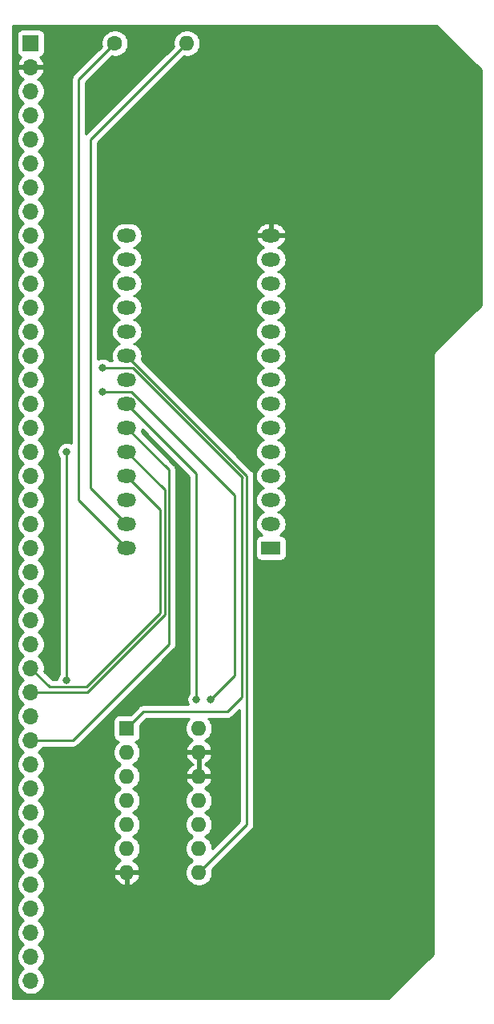
<source format=gbr>
%TF.GenerationSoftware,KiCad,Pcbnew,5.1.6-c6e7f7d~87~ubuntu18.04.1*%
%TF.CreationDate,2020-08-11T21:02:34+01:00*%
%TF.ProjectId,8KROM_Lower_Rev2,384b524f-4d5f-44c6-9f77-65725f526576,rev?*%
%TF.SameCoordinates,Original*%
%TF.FileFunction,Copper,L2,Bot*%
%TF.FilePolarity,Positive*%
%FSLAX46Y46*%
G04 Gerber Fmt 4.6, Leading zero omitted, Abs format (unit mm)*
G04 Created by KiCad (PCBNEW 5.1.6-c6e7f7d~87~ubuntu18.04.1) date 2020-08-11 21:02:34*
%MOMM*%
%LPD*%
G01*
G04 APERTURE LIST*
%TA.AperFunction,ComponentPad*%
%ADD10O,2.000000X1.440000*%
%TD*%
%TA.AperFunction,ComponentPad*%
%ADD11R,2.000000X1.440000*%
%TD*%
%TA.AperFunction,ComponentPad*%
%ADD12O,1.600000X1.600000*%
%TD*%
%TA.AperFunction,ComponentPad*%
%ADD13R,1.600000X1.600000*%
%TD*%
%TA.AperFunction,ComponentPad*%
%ADD14C,1.600000*%
%TD*%
%TA.AperFunction,ComponentPad*%
%ADD15O,1.700000X1.700000*%
%TD*%
%TA.AperFunction,ComponentPad*%
%ADD16R,1.700000X1.700000*%
%TD*%
%TA.AperFunction,ViaPad*%
%ADD17C,0.800000*%
%TD*%
%TA.AperFunction,Conductor*%
%ADD18C,0.250000*%
%TD*%
%TA.AperFunction,Conductor*%
%ADD19C,0.254000*%
%TD*%
G04 APERTURE END LIST*
D10*
%TO.P,U2,15*%
%TO.N,D3*%
X121920000Y-74930000D03*
%TO.P,U2,14*%
%TO.N,GND*%
X137160000Y-74930000D03*
%TO.P,U2,16*%
%TO.N,D4*%
X121920000Y-77470000D03*
%TO.P,U2,13*%
%TO.N,D2*%
X137160000Y-77470000D03*
%TO.P,U2,17*%
%TO.N,D5*%
X121920000Y-80010000D03*
%TO.P,U2,12*%
%TO.N,D1*%
X137160000Y-80010000D03*
%TO.P,U2,18*%
%TO.N,D6*%
X121920000Y-82550000D03*
%TO.P,U2,11*%
%TO.N,D0*%
X137160000Y-82550000D03*
%TO.P,U2,19*%
%TO.N,D7*%
X121920000Y-85090000D03*
%TO.P,U2,10*%
%TO.N,Net-(J1-Pad19)*%
X137160000Y-85090000D03*
%TO.P,U2,20*%
%TO.N,CE*%
X121920000Y-87630000D03*
%TO.P,U2,9*%
%TO.N,Net-(J1-Pad20)*%
X137160000Y-87630000D03*
%TO.P,U2,21*%
%TO.N,Net-(J1-Pad29)*%
X121920000Y-90170000D03*
%TO.P,U2,8*%
%TO.N,Net-(J1-Pad21)*%
X137160000Y-90170000D03*
%TO.P,U2,22*%
%TO.N,Net-(U1-Pad3)*%
X121920000Y-92710000D03*
%TO.P,U2,7*%
%TO.N,Net-(J1-Pad22)*%
X137160000Y-92710000D03*
%TO.P,U2,23*%
%TO.N,Net-(J1-Pad30)*%
X121920000Y-95250000D03*
%TO.P,U2,6*%
%TO.N,Net-(J1-Pad23)*%
X137160000Y-95250000D03*
%TO.P,U2,24*%
%TO.N,Net-(J1-Pad28)*%
X121920000Y-97790000D03*
%TO.P,U2,5*%
%TO.N,Net-(J1-Pad24)*%
X137160000Y-97790000D03*
%TO.P,U2,25*%
%TO.N,Net-(J1-Pad27)*%
X121920000Y-100330000D03*
%TO.P,U2,4*%
%TO.N,Net-(J1-Pad25)*%
X137160000Y-100330000D03*
%TO.P,U2,26*%
%TO.N,N/C*%
X121920000Y-102870000D03*
%TO.P,U2,3*%
%TO.N,Net-(J1-Pad26)*%
X137160000Y-102870000D03*
%TO.P,U2,27*%
%TO.N,Net-(R1-Pad2)*%
X121920000Y-105410000D03*
%TO.P,U2,2*%
%TO.N,Net-(J1-Pad31)*%
X137160000Y-105410000D03*
%TO.P,U2,28*%
%TO.N,+5V*%
X121920000Y-107950000D03*
D11*
%TO.P,U2,1*%
%TO.N,N/C*%
X137160000Y-107950000D03*
%TD*%
D12*
%TO.P,U1,14*%
%TO.N,+5V*%
X129540000Y-127000000D03*
%TO.P,U1,7*%
%TO.N,GND*%
X121920000Y-142240000D03*
%TO.P,U1,13*%
X129540000Y-129540000D03*
%TO.P,U1,6*%
%TO.N,Net-(U1-Pad6)*%
X121920000Y-139700000D03*
%TO.P,U1,12*%
%TO.N,GND*%
X129540000Y-132080000D03*
%TO.P,U1,5*%
%TO.N,Net-(J1-Pad33)*%
X121920000Y-137160000D03*
%TO.P,U1,11*%
%TO.N,Net-(U1-Pad11)*%
X129540000Y-134620000D03*
%TO.P,U1,4*%
%TO.N,Net-(J1-Pad32)*%
X121920000Y-134620000D03*
%TO.P,U1,10*%
%TO.N,Net-(J1-Pad34)*%
X129540000Y-137160000D03*
%TO.P,U1,3*%
%TO.N,Net-(U1-Pad3)*%
X121920000Y-132080000D03*
%TO.P,U1,9*%
%TO.N,Net-(U1-Pad6)*%
X129540000Y-139700000D03*
%TO.P,U1,2*%
%TO.N,Net-(J1-Pad16)*%
X121920000Y-129540000D03*
%TO.P,U1,8*%
%TO.N,CE*%
X129540000Y-142240000D03*
D13*
%TO.P,U1,1*%
%TO.N,Net-(J1-Pad14)*%
X121920000Y-127000000D03*
%TD*%
D12*
%TO.P,R1,2*%
%TO.N,Net-(R1-Pad2)*%
X128270000Y-54610000D03*
D14*
%TO.P,R1,1*%
%TO.N,+5V*%
X120650000Y-54610000D03*
%TD*%
D15*
%TO.P,J1,40*%
%TO.N,Net-(J1-Pad40)*%
X111760000Y-153670000D03*
%TO.P,J1,39*%
%TO.N,Net-(J1-Pad39)*%
X111760000Y-151130000D03*
%TO.P,J1,38*%
%TO.N,Net-(J1-Pad38)*%
X111760000Y-148590000D03*
%TO.P,J1,37*%
%TO.N,Net-(J1-Pad37)*%
X111760000Y-146050000D03*
%TO.P,J1,36*%
%TO.N,Net-(J1-Pad36)*%
X111760000Y-143510000D03*
%TO.P,J1,35*%
%TO.N,Net-(J1-Pad35)*%
X111760000Y-140970000D03*
%TO.P,J1,34*%
%TO.N,Net-(J1-Pad34)*%
X111760000Y-138430000D03*
%TO.P,J1,33*%
%TO.N,Net-(J1-Pad33)*%
X111760000Y-135890000D03*
%TO.P,J1,32*%
%TO.N,Net-(J1-Pad32)*%
X111760000Y-133350000D03*
%TO.P,J1,31*%
%TO.N,Net-(J1-Pad31)*%
X111760000Y-130810000D03*
%TO.P,J1,30*%
%TO.N,Net-(J1-Pad30)*%
X111760000Y-128270000D03*
%TO.P,J1,29*%
%TO.N,Net-(J1-Pad29)*%
X111760000Y-125730000D03*
%TO.P,J1,28*%
%TO.N,Net-(J1-Pad28)*%
X111760000Y-123190000D03*
%TO.P,J1,27*%
%TO.N,Net-(J1-Pad27)*%
X111760000Y-120650000D03*
%TO.P,J1,26*%
%TO.N,Net-(J1-Pad26)*%
X111760000Y-118110000D03*
%TO.P,J1,25*%
%TO.N,Net-(J1-Pad25)*%
X111760000Y-115570000D03*
%TO.P,J1,24*%
%TO.N,Net-(J1-Pad24)*%
X111760000Y-113030000D03*
%TO.P,J1,23*%
%TO.N,Net-(J1-Pad23)*%
X111760000Y-110490000D03*
%TO.P,J1,22*%
%TO.N,Net-(J1-Pad22)*%
X111760000Y-107950000D03*
%TO.P,J1,21*%
%TO.N,Net-(J1-Pad21)*%
X111760000Y-105410000D03*
%TO.P,J1,20*%
%TO.N,Net-(J1-Pad20)*%
X111760000Y-102870000D03*
%TO.P,J1,19*%
%TO.N,Net-(J1-Pad19)*%
X111760000Y-100330000D03*
%TO.P,J1,18*%
%TO.N,Net-(J1-Pad18)*%
X111760000Y-97790000D03*
%TO.P,J1,17*%
%TO.N,Net-(J1-Pad17)*%
X111760000Y-95250000D03*
%TO.P,J1,16*%
%TO.N,Net-(J1-Pad16)*%
X111760000Y-92710000D03*
%TO.P,J1,15*%
%TO.N,Net-(J1-Pad15)*%
X111760000Y-90170000D03*
%TO.P,J1,14*%
%TO.N,Net-(J1-Pad14)*%
X111760000Y-87630000D03*
%TO.P,J1,13*%
%TO.N,D7*%
X111760000Y-85090000D03*
%TO.P,J1,12*%
%TO.N,D6*%
X111760000Y-82550000D03*
%TO.P,J1,11*%
%TO.N,D5*%
X111760000Y-80010000D03*
%TO.P,J1,10*%
%TO.N,D4*%
X111760000Y-77470000D03*
%TO.P,J1,9*%
%TO.N,D3*%
X111760000Y-74930000D03*
%TO.P,J1,8*%
%TO.N,D2*%
X111760000Y-72390000D03*
%TO.P,J1,7*%
%TO.N,D1*%
X111760000Y-69850000D03*
%TO.P,J1,6*%
%TO.N,D0*%
X111760000Y-67310000D03*
%TO.P,J1,5*%
%TO.N,Net-(J1-Pad5)*%
X111760000Y-64770000D03*
%TO.P,J1,4*%
%TO.N,Net-(J1-Pad4)*%
X111760000Y-62230000D03*
%TO.P,J1,3*%
%TO.N,Net-(J1-Pad3)*%
X111760000Y-59690000D03*
%TO.P,J1,2*%
%TO.N,GND*%
X111760000Y-57150000D03*
D16*
%TO.P,J1,1*%
%TO.N,+5V*%
X111760000Y-54610000D03*
%TD*%
D17*
%TO.N,Net-(J1-Pad29)*%
X115570000Y-97790000D03*
X115570000Y-121920000D03*
%TO.N,Net-(J1-Pad16)*%
X119380000Y-91440000D03*
X130810000Y-123952000D03*
%TO.N,Net-(J1-Pad14)*%
X119380000Y-88900000D03*
%TO.N,Net-(U1-Pad3)*%
X129286000Y-123952000D03*
%TD*%
D18*
%TO.N,Net-(J1-Pad30)*%
X111760000Y-128270000D02*
X116209230Y-128270000D01*
X126376019Y-99706019D02*
X121920000Y-95250000D01*
X126376019Y-118103211D02*
X126376019Y-99706019D01*
X116209230Y-128270000D02*
X126376019Y-118103211D01*
%TO.N,Net-(J1-Pad29)*%
X115570000Y-97790000D02*
X115570000Y-121920000D01*
%TO.N,Net-(J1-Pad28)*%
X125926010Y-114994400D02*
X125926010Y-101796010D01*
X125926010Y-101796010D02*
X121920000Y-97790000D01*
X117730410Y-123190000D02*
X125926010Y-114994400D01*
X111760000Y-123190000D02*
X117730410Y-123190000D01*
%TO.N,Net-(J1-Pad27)*%
X113755001Y-122645001D02*
X117638999Y-122645001D01*
X111760000Y-120650000D02*
X113755001Y-122645001D01*
X117638999Y-122645001D02*
X125476000Y-114808000D01*
X125476000Y-103886000D02*
X121920000Y-100330000D01*
X125476000Y-114808000D02*
X125476000Y-103886000D01*
%TO.N,Net-(J1-Pad16)*%
X122315002Y-91440000D02*
X119380000Y-91440000D01*
X122407867Y-91440000D02*
X133350000Y-102382133D01*
X122315002Y-91440000D02*
X122407867Y-91440000D01*
X133350000Y-102382133D02*
X133350000Y-121412000D01*
X133350000Y-121412000D02*
X130810000Y-123952000D01*
%TO.N,Net-(J1-Pad14)*%
X123698000Y-125222000D02*
X121920000Y-127000000D01*
X134169990Y-100516400D02*
X134112000Y-100574390D01*
X119380000Y-88900000D02*
X122553590Y-88900000D01*
X134112000Y-123698000D02*
X132588000Y-125222000D01*
X122553590Y-88900000D02*
X134169990Y-100516400D01*
X134112000Y-100574390D02*
X134112000Y-123698000D01*
X132588000Y-125222000D02*
X123698000Y-125222000D01*
%TO.N,+5V*%
X120650000Y-54610000D02*
X116840000Y-58420000D01*
X116840000Y-102870000D02*
X121920000Y-107950000D01*
X116840000Y-58420000D02*
X116840000Y-102870000D01*
%TO.N,Net-(R1-Pad2)*%
X120794999Y-62085001D02*
X128270000Y-54610000D01*
X121920000Y-105410000D02*
X118110000Y-101600000D01*
X118110000Y-64770000D02*
X120794999Y-62085001D01*
X118110000Y-101600000D02*
X118110000Y-64770000D01*
%TO.N,Net-(U1-Pad3)*%
X121920000Y-92710000D02*
X129286000Y-100076000D01*
X129286000Y-100076000D02*
X129286000Y-123952000D01*
%TO.N,CE*%
X121920000Y-87630000D02*
X134620000Y-100330000D01*
X134620000Y-137160000D02*
X129540000Y-142240000D01*
X134620000Y-100330000D02*
X134620000Y-137160000D01*
%TD*%
D19*
%TO.N,GND*%
G36*
X159360001Y-57423382D02*
G01*
X159360000Y-82276619D01*
X154496232Y-87140388D01*
X154471053Y-87161052D01*
X154450389Y-87186231D01*
X154450386Y-87186234D01*
X154388575Y-87261550D01*
X154327290Y-87376208D01*
X154289551Y-87500618D01*
X154276808Y-87630000D01*
X154280001Y-87662419D01*
X154280000Y-150856619D01*
X149586620Y-155550000D01*
X109880000Y-155550000D01*
X109880000Y-59543740D01*
X110275000Y-59543740D01*
X110275000Y-59836260D01*
X110332068Y-60123158D01*
X110444010Y-60393411D01*
X110606525Y-60636632D01*
X110813368Y-60843475D01*
X110987760Y-60960000D01*
X110813368Y-61076525D01*
X110606525Y-61283368D01*
X110444010Y-61526589D01*
X110332068Y-61796842D01*
X110275000Y-62083740D01*
X110275000Y-62376260D01*
X110332068Y-62663158D01*
X110444010Y-62933411D01*
X110606525Y-63176632D01*
X110813368Y-63383475D01*
X110987760Y-63500000D01*
X110813368Y-63616525D01*
X110606525Y-63823368D01*
X110444010Y-64066589D01*
X110332068Y-64336842D01*
X110275000Y-64623740D01*
X110275000Y-64916260D01*
X110332068Y-65203158D01*
X110444010Y-65473411D01*
X110606525Y-65716632D01*
X110813368Y-65923475D01*
X110987760Y-66040000D01*
X110813368Y-66156525D01*
X110606525Y-66363368D01*
X110444010Y-66606589D01*
X110332068Y-66876842D01*
X110275000Y-67163740D01*
X110275000Y-67456260D01*
X110332068Y-67743158D01*
X110444010Y-68013411D01*
X110606525Y-68256632D01*
X110813368Y-68463475D01*
X110987760Y-68580000D01*
X110813368Y-68696525D01*
X110606525Y-68903368D01*
X110444010Y-69146589D01*
X110332068Y-69416842D01*
X110275000Y-69703740D01*
X110275000Y-69996260D01*
X110332068Y-70283158D01*
X110444010Y-70553411D01*
X110606525Y-70796632D01*
X110813368Y-71003475D01*
X110987760Y-71120000D01*
X110813368Y-71236525D01*
X110606525Y-71443368D01*
X110444010Y-71686589D01*
X110332068Y-71956842D01*
X110275000Y-72243740D01*
X110275000Y-72536260D01*
X110332068Y-72823158D01*
X110444010Y-73093411D01*
X110606525Y-73336632D01*
X110813368Y-73543475D01*
X110987760Y-73660000D01*
X110813368Y-73776525D01*
X110606525Y-73983368D01*
X110444010Y-74226589D01*
X110332068Y-74496842D01*
X110275000Y-74783740D01*
X110275000Y-75076260D01*
X110332068Y-75363158D01*
X110444010Y-75633411D01*
X110606525Y-75876632D01*
X110813368Y-76083475D01*
X110987760Y-76200000D01*
X110813368Y-76316525D01*
X110606525Y-76523368D01*
X110444010Y-76766589D01*
X110332068Y-77036842D01*
X110275000Y-77323740D01*
X110275000Y-77616260D01*
X110332068Y-77903158D01*
X110444010Y-78173411D01*
X110606525Y-78416632D01*
X110813368Y-78623475D01*
X110987760Y-78740000D01*
X110813368Y-78856525D01*
X110606525Y-79063368D01*
X110444010Y-79306589D01*
X110332068Y-79576842D01*
X110275000Y-79863740D01*
X110275000Y-80156260D01*
X110332068Y-80443158D01*
X110444010Y-80713411D01*
X110606525Y-80956632D01*
X110813368Y-81163475D01*
X110987760Y-81280000D01*
X110813368Y-81396525D01*
X110606525Y-81603368D01*
X110444010Y-81846589D01*
X110332068Y-82116842D01*
X110275000Y-82403740D01*
X110275000Y-82696260D01*
X110332068Y-82983158D01*
X110444010Y-83253411D01*
X110606525Y-83496632D01*
X110813368Y-83703475D01*
X110987760Y-83820000D01*
X110813368Y-83936525D01*
X110606525Y-84143368D01*
X110444010Y-84386589D01*
X110332068Y-84656842D01*
X110275000Y-84943740D01*
X110275000Y-85236260D01*
X110332068Y-85523158D01*
X110444010Y-85793411D01*
X110606525Y-86036632D01*
X110813368Y-86243475D01*
X110987760Y-86360000D01*
X110813368Y-86476525D01*
X110606525Y-86683368D01*
X110444010Y-86926589D01*
X110332068Y-87196842D01*
X110275000Y-87483740D01*
X110275000Y-87776260D01*
X110332068Y-88063158D01*
X110444010Y-88333411D01*
X110606525Y-88576632D01*
X110813368Y-88783475D01*
X110987760Y-88900000D01*
X110813368Y-89016525D01*
X110606525Y-89223368D01*
X110444010Y-89466589D01*
X110332068Y-89736842D01*
X110275000Y-90023740D01*
X110275000Y-90316260D01*
X110332068Y-90603158D01*
X110444010Y-90873411D01*
X110606525Y-91116632D01*
X110813368Y-91323475D01*
X110987760Y-91440000D01*
X110813368Y-91556525D01*
X110606525Y-91763368D01*
X110444010Y-92006589D01*
X110332068Y-92276842D01*
X110275000Y-92563740D01*
X110275000Y-92856260D01*
X110332068Y-93143158D01*
X110444010Y-93413411D01*
X110606525Y-93656632D01*
X110813368Y-93863475D01*
X110987760Y-93980000D01*
X110813368Y-94096525D01*
X110606525Y-94303368D01*
X110444010Y-94546589D01*
X110332068Y-94816842D01*
X110275000Y-95103740D01*
X110275000Y-95396260D01*
X110332068Y-95683158D01*
X110444010Y-95953411D01*
X110606525Y-96196632D01*
X110813368Y-96403475D01*
X110987760Y-96520000D01*
X110813368Y-96636525D01*
X110606525Y-96843368D01*
X110444010Y-97086589D01*
X110332068Y-97356842D01*
X110275000Y-97643740D01*
X110275000Y-97936260D01*
X110332068Y-98223158D01*
X110444010Y-98493411D01*
X110606525Y-98736632D01*
X110813368Y-98943475D01*
X110987760Y-99060000D01*
X110813368Y-99176525D01*
X110606525Y-99383368D01*
X110444010Y-99626589D01*
X110332068Y-99896842D01*
X110275000Y-100183740D01*
X110275000Y-100476260D01*
X110332068Y-100763158D01*
X110444010Y-101033411D01*
X110606525Y-101276632D01*
X110813368Y-101483475D01*
X110987760Y-101600000D01*
X110813368Y-101716525D01*
X110606525Y-101923368D01*
X110444010Y-102166589D01*
X110332068Y-102436842D01*
X110275000Y-102723740D01*
X110275000Y-103016260D01*
X110332068Y-103303158D01*
X110444010Y-103573411D01*
X110606525Y-103816632D01*
X110813368Y-104023475D01*
X110987760Y-104140000D01*
X110813368Y-104256525D01*
X110606525Y-104463368D01*
X110444010Y-104706589D01*
X110332068Y-104976842D01*
X110275000Y-105263740D01*
X110275000Y-105556260D01*
X110332068Y-105843158D01*
X110444010Y-106113411D01*
X110606525Y-106356632D01*
X110813368Y-106563475D01*
X110987760Y-106680000D01*
X110813368Y-106796525D01*
X110606525Y-107003368D01*
X110444010Y-107246589D01*
X110332068Y-107516842D01*
X110275000Y-107803740D01*
X110275000Y-108096260D01*
X110332068Y-108383158D01*
X110444010Y-108653411D01*
X110606525Y-108896632D01*
X110813368Y-109103475D01*
X110987760Y-109220000D01*
X110813368Y-109336525D01*
X110606525Y-109543368D01*
X110444010Y-109786589D01*
X110332068Y-110056842D01*
X110275000Y-110343740D01*
X110275000Y-110636260D01*
X110332068Y-110923158D01*
X110444010Y-111193411D01*
X110606525Y-111436632D01*
X110813368Y-111643475D01*
X110987760Y-111760000D01*
X110813368Y-111876525D01*
X110606525Y-112083368D01*
X110444010Y-112326589D01*
X110332068Y-112596842D01*
X110275000Y-112883740D01*
X110275000Y-113176260D01*
X110332068Y-113463158D01*
X110444010Y-113733411D01*
X110606525Y-113976632D01*
X110813368Y-114183475D01*
X110987760Y-114300000D01*
X110813368Y-114416525D01*
X110606525Y-114623368D01*
X110444010Y-114866589D01*
X110332068Y-115136842D01*
X110275000Y-115423740D01*
X110275000Y-115716260D01*
X110332068Y-116003158D01*
X110444010Y-116273411D01*
X110606525Y-116516632D01*
X110813368Y-116723475D01*
X110987760Y-116840000D01*
X110813368Y-116956525D01*
X110606525Y-117163368D01*
X110444010Y-117406589D01*
X110332068Y-117676842D01*
X110275000Y-117963740D01*
X110275000Y-118256260D01*
X110332068Y-118543158D01*
X110444010Y-118813411D01*
X110606525Y-119056632D01*
X110813368Y-119263475D01*
X110987760Y-119380000D01*
X110813368Y-119496525D01*
X110606525Y-119703368D01*
X110444010Y-119946589D01*
X110332068Y-120216842D01*
X110275000Y-120503740D01*
X110275000Y-120796260D01*
X110332068Y-121083158D01*
X110444010Y-121353411D01*
X110606525Y-121596632D01*
X110813368Y-121803475D01*
X110987760Y-121920000D01*
X110813368Y-122036525D01*
X110606525Y-122243368D01*
X110444010Y-122486589D01*
X110332068Y-122756842D01*
X110275000Y-123043740D01*
X110275000Y-123336260D01*
X110332068Y-123623158D01*
X110444010Y-123893411D01*
X110606525Y-124136632D01*
X110813368Y-124343475D01*
X110987760Y-124460000D01*
X110813368Y-124576525D01*
X110606525Y-124783368D01*
X110444010Y-125026589D01*
X110332068Y-125296842D01*
X110275000Y-125583740D01*
X110275000Y-125876260D01*
X110332068Y-126163158D01*
X110444010Y-126433411D01*
X110606525Y-126676632D01*
X110813368Y-126883475D01*
X110987760Y-127000000D01*
X110813368Y-127116525D01*
X110606525Y-127323368D01*
X110444010Y-127566589D01*
X110332068Y-127836842D01*
X110275000Y-128123740D01*
X110275000Y-128416260D01*
X110332068Y-128703158D01*
X110444010Y-128973411D01*
X110606525Y-129216632D01*
X110813368Y-129423475D01*
X110987760Y-129540000D01*
X110813368Y-129656525D01*
X110606525Y-129863368D01*
X110444010Y-130106589D01*
X110332068Y-130376842D01*
X110275000Y-130663740D01*
X110275000Y-130956260D01*
X110332068Y-131243158D01*
X110444010Y-131513411D01*
X110606525Y-131756632D01*
X110813368Y-131963475D01*
X110987760Y-132080000D01*
X110813368Y-132196525D01*
X110606525Y-132403368D01*
X110444010Y-132646589D01*
X110332068Y-132916842D01*
X110275000Y-133203740D01*
X110275000Y-133496260D01*
X110332068Y-133783158D01*
X110444010Y-134053411D01*
X110606525Y-134296632D01*
X110813368Y-134503475D01*
X110987760Y-134620000D01*
X110813368Y-134736525D01*
X110606525Y-134943368D01*
X110444010Y-135186589D01*
X110332068Y-135456842D01*
X110275000Y-135743740D01*
X110275000Y-136036260D01*
X110332068Y-136323158D01*
X110444010Y-136593411D01*
X110606525Y-136836632D01*
X110813368Y-137043475D01*
X110987760Y-137160000D01*
X110813368Y-137276525D01*
X110606525Y-137483368D01*
X110444010Y-137726589D01*
X110332068Y-137996842D01*
X110275000Y-138283740D01*
X110275000Y-138576260D01*
X110332068Y-138863158D01*
X110444010Y-139133411D01*
X110606525Y-139376632D01*
X110813368Y-139583475D01*
X110987760Y-139700000D01*
X110813368Y-139816525D01*
X110606525Y-140023368D01*
X110444010Y-140266589D01*
X110332068Y-140536842D01*
X110275000Y-140823740D01*
X110275000Y-141116260D01*
X110332068Y-141403158D01*
X110444010Y-141673411D01*
X110606525Y-141916632D01*
X110813368Y-142123475D01*
X110987760Y-142240000D01*
X110813368Y-142356525D01*
X110606525Y-142563368D01*
X110444010Y-142806589D01*
X110332068Y-143076842D01*
X110275000Y-143363740D01*
X110275000Y-143656260D01*
X110332068Y-143943158D01*
X110444010Y-144213411D01*
X110606525Y-144456632D01*
X110813368Y-144663475D01*
X110987760Y-144780000D01*
X110813368Y-144896525D01*
X110606525Y-145103368D01*
X110444010Y-145346589D01*
X110332068Y-145616842D01*
X110275000Y-145903740D01*
X110275000Y-146196260D01*
X110332068Y-146483158D01*
X110444010Y-146753411D01*
X110606525Y-146996632D01*
X110813368Y-147203475D01*
X110987760Y-147320000D01*
X110813368Y-147436525D01*
X110606525Y-147643368D01*
X110444010Y-147886589D01*
X110332068Y-148156842D01*
X110275000Y-148443740D01*
X110275000Y-148736260D01*
X110332068Y-149023158D01*
X110444010Y-149293411D01*
X110606525Y-149536632D01*
X110813368Y-149743475D01*
X110987760Y-149860000D01*
X110813368Y-149976525D01*
X110606525Y-150183368D01*
X110444010Y-150426589D01*
X110332068Y-150696842D01*
X110275000Y-150983740D01*
X110275000Y-151276260D01*
X110332068Y-151563158D01*
X110444010Y-151833411D01*
X110606525Y-152076632D01*
X110813368Y-152283475D01*
X110987760Y-152400000D01*
X110813368Y-152516525D01*
X110606525Y-152723368D01*
X110444010Y-152966589D01*
X110332068Y-153236842D01*
X110275000Y-153523740D01*
X110275000Y-153816260D01*
X110332068Y-154103158D01*
X110444010Y-154373411D01*
X110606525Y-154616632D01*
X110813368Y-154823475D01*
X111056589Y-154985990D01*
X111326842Y-155097932D01*
X111613740Y-155155000D01*
X111906260Y-155155000D01*
X112193158Y-155097932D01*
X112463411Y-154985990D01*
X112706632Y-154823475D01*
X112913475Y-154616632D01*
X113075990Y-154373411D01*
X113187932Y-154103158D01*
X113245000Y-153816260D01*
X113245000Y-153523740D01*
X113187932Y-153236842D01*
X113075990Y-152966589D01*
X112913475Y-152723368D01*
X112706632Y-152516525D01*
X112532240Y-152400000D01*
X112706632Y-152283475D01*
X112913475Y-152076632D01*
X113075990Y-151833411D01*
X113187932Y-151563158D01*
X113245000Y-151276260D01*
X113245000Y-150983740D01*
X113187932Y-150696842D01*
X113075990Y-150426589D01*
X112913475Y-150183368D01*
X112706632Y-149976525D01*
X112532240Y-149860000D01*
X112706632Y-149743475D01*
X112913475Y-149536632D01*
X113075990Y-149293411D01*
X113187932Y-149023158D01*
X113245000Y-148736260D01*
X113245000Y-148443740D01*
X113187932Y-148156842D01*
X113075990Y-147886589D01*
X112913475Y-147643368D01*
X112706632Y-147436525D01*
X112532240Y-147320000D01*
X112706632Y-147203475D01*
X112913475Y-146996632D01*
X113075990Y-146753411D01*
X113187932Y-146483158D01*
X113245000Y-146196260D01*
X113245000Y-145903740D01*
X113187932Y-145616842D01*
X113075990Y-145346589D01*
X112913475Y-145103368D01*
X112706632Y-144896525D01*
X112532240Y-144780000D01*
X112706632Y-144663475D01*
X112913475Y-144456632D01*
X113075990Y-144213411D01*
X113187932Y-143943158D01*
X113245000Y-143656260D01*
X113245000Y-143363740D01*
X113187932Y-143076842D01*
X113075990Y-142806589D01*
X112930628Y-142589039D01*
X120528096Y-142589039D01*
X120568754Y-142723087D01*
X120688963Y-142977420D01*
X120856481Y-143203414D01*
X121064869Y-143392385D01*
X121306119Y-143537070D01*
X121570960Y-143631909D01*
X121793000Y-143510624D01*
X121793000Y-142367000D01*
X122047000Y-142367000D01*
X122047000Y-143510624D01*
X122269040Y-143631909D01*
X122533881Y-143537070D01*
X122775131Y-143392385D01*
X122983519Y-143203414D01*
X123151037Y-142977420D01*
X123271246Y-142723087D01*
X123311904Y-142589039D01*
X123189915Y-142367000D01*
X122047000Y-142367000D01*
X121793000Y-142367000D01*
X120650085Y-142367000D01*
X120528096Y-142589039D01*
X112930628Y-142589039D01*
X112913475Y-142563368D01*
X112706632Y-142356525D01*
X112532240Y-142240000D01*
X112706632Y-142123475D01*
X112913475Y-141916632D01*
X113075990Y-141673411D01*
X113187932Y-141403158D01*
X113245000Y-141116260D01*
X113245000Y-140823740D01*
X113187932Y-140536842D01*
X113075990Y-140266589D01*
X112913475Y-140023368D01*
X112706632Y-139816525D01*
X112532240Y-139700000D01*
X112706632Y-139583475D01*
X112913475Y-139376632D01*
X113075990Y-139133411D01*
X113187932Y-138863158D01*
X113245000Y-138576260D01*
X113245000Y-138283740D01*
X113187932Y-137996842D01*
X113075990Y-137726589D01*
X112913475Y-137483368D01*
X112706632Y-137276525D01*
X112532240Y-137160000D01*
X112706632Y-137043475D01*
X112913475Y-136836632D01*
X113075990Y-136593411D01*
X113187932Y-136323158D01*
X113245000Y-136036260D01*
X113245000Y-135743740D01*
X113187932Y-135456842D01*
X113075990Y-135186589D01*
X112913475Y-134943368D01*
X112706632Y-134736525D01*
X112532240Y-134620000D01*
X112706632Y-134503475D01*
X112913475Y-134296632D01*
X113075990Y-134053411D01*
X113187932Y-133783158D01*
X113245000Y-133496260D01*
X113245000Y-133203740D01*
X113187932Y-132916842D01*
X113075990Y-132646589D01*
X112913475Y-132403368D01*
X112706632Y-132196525D01*
X112532240Y-132080000D01*
X112706632Y-131963475D01*
X112913475Y-131756632D01*
X113075990Y-131513411D01*
X113187932Y-131243158D01*
X113245000Y-130956260D01*
X113245000Y-130663740D01*
X113187932Y-130376842D01*
X113075990Y-130106589D01*
X112913475Y-129863368D01*
X112706632Y-129656525D01*
X112532240Y-129540000D01*
X112706632Y-129423475D01*
X112913475Y-129216632D01*
X113038178Y-129030000D01*
X116171908Y-129030000D01*
X116209230Y-129033676D01*
X116246552Y-129030000D01*
X116246563Y-129030000D01*
X116358216Y-129019003D01*
X116501477Y-128975546D01*
X116633506Y-128904974D01*
X116749231Y-128810001D01*
X116773034Y-128780997D01*
X126887023Y-118667009D01*
X126916020Y-118643212D01*
X126942351Y-118611128D01*
X127010993Y-118527488D01*
X127081565Y-118395458D01*
X127081565Y-118395457D01*
X127125022Y-118252197D01*
X127136019Y-118140544D01*
X127136019Y-118140534D01*
X127139695Y-118103211D01*
X127136019Y-118065888D01*
X127136019Y-99743352D01*
X127139696Y-99706019D01*
X127125022Y-99557033D01*
X127081565Y-99413772D01*
X127010993Y-99281743D01*
X126939818Y-99195016D01*
X126916020Y-99166018D01*
X126887022Y-99142220D01*
X123471397Y-95726596D01*
X123535394Y-95515626D01*
X123545744Y-95410545D01*
X128526000Y-100390802D01*
X128526001Y-123248288D01*
X128482063Y-123292226D01*
X128368795Y-123461744D01*
X128290774Y-123650102D01*
X128251000Y-123850061D01*
X128251000Y-124053939D01*
X128290774Y-124253898D01*
X128368795Y-124442256D01*
X128381987Y-124462000D01*
X123735325Y-124462000D01*
X123698000Y-124458324D01*
X123660675Y-124462000D01*
X123660667Y-124462000D01*
X123549014Y-124472997D01*
X123405753Y-124516454D01*
X123273724Y-124587026D01*
X123157999Y-124681999D01*
X123134201Y-124710997D01*
X122283270Y-125561928D01*
X121120000Y-125561928D01*
X120995518Y-125574188D01*
X120875820Y-125610498D01*
X120765506Y-125669463D01*
X120668815Y-125748815D01*
X120589463Y-125845506D01*
X120530498Y-125955820D01*
X120494188Y-126075518D01*
X120481928Y-126200000D01*
X120481928Y-127800000D01*
X120494188Y-127924482D01*
X120530498Y-128044180D01*
X120589463Y-128154494D01*
X120668815Y-128251185D01*
X120765506Y-128330537D01*
X120875820Y-128389502D01*
X120995518Y-128425812D01*
X121003961Y-128426643D01*
X120805363Y-128625241D01*
X120648320Y-128860273D01*
X120540147Y-129121426D01*
X120485000Y-129398665D01*
X120485000Y-129681335D01*
X120540147Y-129958574D01*
X120648320Y-130219727D01*
X120805363Y-130454759D01*
X121005241Y-130654637D01*
X121237759Y-130810000D01*
X121005241Y-130965363D01*
X120805363Y-131165241D01*
X120648320Y-131400273D01*
X120540147Y-131661426D01*
X120485000Y-131938665D01*
X120485000Y-132221335D01*
X120540147Y-132498574D01*
X120648320Y-132759727D01*
X120805363Y-132994759D01*
X121005241Y-133194637D01*
X121237759Y-133350000D01*
X121005241Y-133505363D01*
X120805363Y-133705241D01*
X120648320Y-133940273D01*
X120540147Y-134201426D01*
X120485000Y-134478665D01*
X120485000Y-134761335D01*
X120540147Y-135038574D01*
X120648320Y-135299727D01*
X120805363Y-135534759D01*
X121005241Y-135734637D01*
X121237759Y-135890000D01*
X121005241Y-136045363D01*
X120805363Y-136245241D01*
X120648320Y-136480273D01*
X120540147Y-136741426D01*
X120485000Y-137018665D01*
X120485000Y-137301335D01*
X120540147Y-137578574D01*
X120648320Y-137839727D01*
X120805363Y-138074759D01*
X121005241Y-138274637D01*
X121237759Y-138430000D01*
X121005241Y-138585363D01*
X120805363Y-138785241D01*
X120648320Y-139020273D01*
X120540147Y-139281426D01*
X120485000Y-139558665D01*
X120485000Y-139841335D01*
X120540147Y-140118574D01*
X120648320Y-140379727D01*
X120805363Y-140614759D01*
X121005241Y-140814637D01*
X121240273Y-140971680D01*
X121250865Y-140976067D01*
X121064869Y-141087615D01*
X120856481Y-141276586D01*
X120688963Y-141502580D01*
X120568754Y-141756913D01*
X120528096Y-141890961D01*
X120650085Y-142113000D01*
X121793000Y-142113000D01*
X121793000Y-142093000D01*
X122047000Y-142093000D01*
X122047000Y-142113000D01*
X123189915Y-142113000D01*
X123311904Y-141890961D01*
X123271246Y-141756913D01*
X123151037Y-141502580D01*
X122983519Y-141276586D01*
X122775131Y-141087615D01*
X122589135Y-140976067D01*
X122599727Y-140971680D01*
X122834759Y-140814637D01*
X123034637Y-140614759D01*
X123191680Y-140379727D01*
X123299853Y-140118574D01*
X123355000Y-139841335D01*
X123355000Y-139558665D01*
X123299853Y-139281426D01*
X123191680Y-139020273D01*
X123034637Y-138785241D01*
X122834759Y-138585363D01*
X122602241Y-138430000D01*
X122834759Y-138274637D01*
X123034637Y-138074759D01*
X123191680Y-137839727D01*
X123299853Y-137578574D01*
X123355000Y-137301335D01*
X123355000Y-137018665D01*
X123299853Y-136741426D01*
X123191680Y-136480273D01*
X123034637Y-136245241D01*
X122834759Y-136045363D01*
X122602241Y-135890000D01*
X122834759Y-135734637D01*
X123034637Y-135534759D01*
X123191680Y-135299727D01*
X123299853Y-135038574D01*
X123355000Y-134761335D01*
X123355000Y-134478665D01*
X123299853Y-134201426D01*
X123191680Y-133940273D01*
X123034637Y-133705241D01*
X122834759Y-133505363D01*
X122602241Y-133350000D01*
X122834759Y-133194637D01*
X123034637Y-132994759D01*
X123191680Y-132759727D01*
X123299853Y-132498574D01*
X123355000Y-132221335D01*
X123355000Y-131938665D01*
X123299853Y-131661426D01*
X123191680Y-131400273D01*
X123034637Y-131165241D01*
X122834759Y-130965363D01*
X122602241Y-130810000D01*
X122834759Y-130654637D01*
X123034637Y-130454759D01*
X123191680Y-130219727D01*
X123299853Y-129958574D01*
X123313684Y-129889039D01*
X128148096Y-129889039D01*
X128188754Y-130023087D01*
X128308963Y-130277420D01*
X128476481Y-130503414D01*
X128684869Y-130692385D01*
X128880982Y-130810000D01*
X128684869Y-130927615D01*
X128476481Y-131116586D01*
X128308963Y-131342580D01*
X128188754Y-131596913D01*
X128148096Y-131730961D01*
X128270085Y-131953000D01*
X129413000Y-131953000D01*
X129413000Y-129667000D01*
X129667000Y-129667000D01*
X129667000Y-131953000D01*
X130809915Y-131953000D01*
X130931904Y-131730961D01*
X130891246Y-131596913D01*
X130771037Y-131342580D01*
X130603519Y-131116586D01*
X130395131Y-130927615D01*
X130199018Y-130810000D01*
X130395131Y-130692385D01*
X130603519Y-130503414D01*
X130771037Y-130277420D01*
X130891246Y-130023087D01*
X130931904Y-129889039D01*
X130809915Y-129667000D01*
X129667000Y-129667000D01*
X129413000Y-129667000D01*
X128270085Y-129667000D01*
X128148096Y-129889039D01*
X123313684Y-129889039D01*
X123355000Y-129681335D01*
X123355000Y-129398665D01*
X123299853Y-129121426D01*
X123191680Y-128860273D01*
X123034637Y-128625241D01*
X122836039Y-128426643D01*
X122844482Y-128425812D01*
X122964180Y-128389502D01*
X123074494Y-128330537D01*
X123171185Y-128251185D01*
X123250537Y-128154494D01*
X123309502Y-128044180D01*
X123345812Y-127924482D01*
X123358072Y-127800000D01*
X123358072Y-126636730D01*
X124012802Y-125982000D01*
X128528604Y-125982000D01*
X128425363Y-126085241D01*
X128268320Y-126320273D01*
X128160147Y-126581426D01*
X128105000Y-126858665D01*
X128105000Y-127141335D01*
X128160147Y-127418574D01*
X128268320Y-127679727D01*
X128425363Y-127914759D01*
X128625241Y-128114637D01*
X128860273Y-128271680D01*
X128870865Y-128276067D01*
X128684869Y-128387615D01*
X128476481Y-128576586D01*
X128308963Y-128802580D01*
X128188754Y-129056913D01*
X128148096Y-129190961D01*
X128270085Y-129413000D01*
X129413000Y-129413000D01*
X129413000Y-129393000D01*
X129667000Y-129393000D01*
X129667000Y-129413000D01*
X130809915Y-129413000D01*
X130931904Y-129190961D01*
X130891246Y-129056913D01*
X130771037Y-128802580D01*
X130603519Y-128576586D01*
X130395131Y-128387615D01*
X130209135Y-128276067D01*
X130219727Y-128271680D01*
X130454759Y-128114637D01*
X130654637Y-127914759D01*
X130811680Y-127679727D01*
X130919853Y-127418574D01*
X130975000Y-127141335D01*
X130975000Y-126858665D01*
X130919853Y-126581426D01*
X130811680Y-126320273D01*
X130654637Y-126085241D01*
X130551396Y-125982000D01*
X132550678Y-125982000D01*
X132588000Y-125985676D01*
X132625322Y-125982000D01*
X132625333Y-125982000D01*
X132736986Y-125971003D01*
X132880247Y-125927546D01*
X133012276Y-125856974D01*
X133128001Y-125762001D01*
X133151803Y-125732998D01*
X133860001Y-125024801D01*
X133860001Y-136845197D01*
X130975000Y-139730199D01*
X130975000Y-139558665D01*
X130919853Y-139281426D01*
X130811680Y-139020273D01*
X130654637Y-138785241D01*
X130454759Y-138585363D01*
X130222241Y-138430000D01*
X130454759Y-138274637D01*
X130654637Y-138074759D01*
X130811680Y-137839727D01*
X130919853Y-137578574D01*
X130975000Y-137301335D01*
X130975000Y-137018665D01*
X130919853Y-136741426D01*
X130811680Y-136480273D01*
X130654637Y-136245241D01*
X130454759Y-136045363D01*
X130222241Y-135890000D01*
X130454759Y-135734637D01*
X130654637Y-135534759D01*
X130811680Y-135299727D01*
X130919853Y-135038574D01*
X130975000Y-134761335D01*
X130975000Y-134478665D01*
X130919853Y-134201426D01*
X130811680Y-133940273D01*
X130654637Y-133705241D01*
X130454759Y-133505363D01*
X130219727Y-133348320D01*
X130209135Y-133343933D01*
X130395131Y-133232385D01*
X130603519Y-133043414D01*
X130771037Y-132817420D01*
X130891246Y-132563087D01*
X130931904Y-132429039D01*
X130809915Y-132207000D01*
X129667000Y-132207000D01*
X129667000Y-132227000D01*
X129413000Y-132227000D01*
X129413000Y-132207000D01*
X128270085Y-132207000D01*
X128148096Y-132429039D01*
X128188754Y-132563087D01*
X128308963Y-132817420D01*
X128476481Y-133043414D01*
X128684869Y-133232385D01*
X128870865Y-133343933D01*
X128860273Y-133348320D01*
X128625241Y-133505363D01*
X128425363Y-133705241D01*
X128268320Y-133940273D01*
X128160147Y-134201426D01*
X128105000Y-134478665D01*
X128105000Y-134761335D01*
X128160147Y-135038574D01*
X128268320Y-135299727D01*
X128425363Y-135534759D01*
X128625241Y-135734637D01*
X128857759Y-135890000D01*
X128625241Y-136045363D01*
X128425363Y-136245241D01*
X128268320Y-136480273D01*
X128160147Y-136741426D01*
X128105000Y-137018665D01*
X128105000Y-137301335D01*
X128160147Y-137578574D01*
X128268320Y-137839727D01*
X128425363Y-138074759D01*
X128625241Y-138274637D01*
X128857759Y-138430000D01*
X128625241Y-138585363D01*
X128425363Y-138785241D01*
X128268320Y-139020273D01*
X128160147Y-139281426D01*
X128105000Y-139558665D01*
X128105000Y-139841335D01*
X128160147Y-140118574D01*
X128268320Y-140379727D01*
X128425363Y-140614759D01*
X128625241Y-140814637D01*
X128857759Y-140970000D01*
X128625241Y-141125363D01*
X128425363Y-141325241D01*
X128268320Y-141560273D01*
X128160147Y-141821426D01*
X128105000Y-142098665D01*
X128105000Y-142381335D01*
X128160147Y-142658574D01*
X128268320Y-142919727D01*
X128425363Y-143154759D01*
X128625241Y-143354637D01*
X128860273Y-143511680D01*
X129121426Y-143619853D01*
X129398665Y-143675000D01*
X129681335Y-143675000D01*
X129958574Y-143619853D01*
X130219727Y-143511680D01*
X130454759Y-143354637D01*
X130654637Y-143154759D01*
X130811680Y-142919727D01*
X130919853Y-142658574D01*
X130975000Y-142381335D01*
X130975000Y-142098665D01*
X130938688Y-141916113D01*
X135131003Y-137723799D01*
X135160001Y-137700001D01*
X135186332Y-137667917D01*
X135254974Y-137584277D01*
X135325546Y-137452247D01*
X135348978Y-137375000D01*
X135369003Y-137308986D01*
X135380000Y-137197333D01*
X135380000Y-137197323D01*
X135383676Y-137160000D01*
X135380000Y-137122677D01*
X135380000Y-100367322D01*
X135383676Y-100329999D01*
X135380000Y-100292676D01*
X135380000Y-100292667D01*
X135369003Y-100181014D01*
X135325546Y-100037753D01*
X135254974Y-99905724D01*
X135160001Y-99789999D01*
X135131003Y-99766201D01*
X123471397Y-88106596D01*
X123535394Y-87895626D01*
X123561556Y-87630000D01*
X123535394Y-87364374D01*
X123457914Y-87108955D01*
X123332092Y-86873560D01*
X123162765Y-86667235D01*
X122956440Y-86497908D01*
X122721045Y-86372086D01*
X122681203Y-86360000D01*
X122721045Y-86347914D01*
X122956440Y-86222092D01*
X123162765Y-86052765D01*
X123332092Y-85846440D01*
X123457914Y-85611045D01*
X123535394Y-85355626D01*
X123561556Y-85090000D01*
X123535394Y-84824374D01*
X123457914Y-84568955D01*
X123332092Y-84333560D01*
X123162765Y-84127235D01*
X122956440Y-83957908D01*
X122721045Y-83832086D01*
X122681203Y-83820000D01*
X122721045Y-83807914D01*
X122956440Y-83682092D01*
X123162765Y-83512765D01*
X123332092Y-83306440D01*
X123457914Y-83071045D01*
X123535394Y-82815626D01*
X123561556Y-82550000D01*
X123535394Y-82284374D01*
X123457914Y-82028955D01*
X123332092Y-81793560D01*
X123162765Y-81587235D01*
X122956440Y-81417908D01*
X122721045Y-81292086D01*
X122681203Y-81280000D01*
X122721045Y-81267914D01*
X122956440Y-81142092D01*
X123162765Y-80972765D01*
X123332092Y-80766440D01*
X123457914Y-80531045D01*
X123535394Y-80275626D01*
X123561556Y-80010000D01*
X123535394Y-79744374D01*
X123457914Y-79488955D01*
X123332092Y-79253560D01*
X123162765Y-79047235D01*
X122956440Y-78877908D01*
X122721045Y-78752086D01*
X122681203Y-78740000D01*
X122721045Y-78727914D01*
X122956440Y-78602092D01*
X123162765Y-78432765D01*
X123332092Y-78226440D01*
X123457914Y-77991045D01*
X123535394Y-77735626D01*
X123561556Y-77470000D01*
X135518444Y-77470000D01*
X135544606Y-77735626D01*
X135622086Y-77991045D01*
X135747908Y-78226440D01*
X135917235Y-78432765D01*
X136123560Y-78602092D01*
X136358955Y-78727914D01*
X136398797Y-78740000D01*
X136358955Y-78752086D01*
X136123560Y-78877908D01*
X135917235Y-79047235D01*
X135747908Y-79253560D01*
X135622086Y-79488955D01*
X135544606Y-79744374D01*
X135518444Y-80010000D01*
X135544606Y-80275626D01*
X135622086Y-80531045D01*
X135747908Y-80766440D01*
X135917235Y-80972765D01*
X136123560Y-81142092D01*
X136358955Y-81267914D01*
X136398797Y-81280000D01*
X136358955Y-81292086D01*
X136123560Y-81417908D01*
X135917235Y-81587235D01*
X135747908Y-81793560D01*
X135622086Y-82028955D01*
X135544606Y-82284374D01*
X135518444Y-82550000D01*
X135544606Y-82815626D01*
X135622086Y-83071045D01*
X135747908Y-83306440D01*
X135917235Y-83512765D01*
X136123560Y-83682092D01*
X136358955Y-83807914D01*
X136398797Y-83820000D01*
X136358955Y-83832086D01*
X136123560Y-83957908D01*
X135917235Y-84127235D01*
X135747908Y-84333560D01*
X135622086Y-84568955D01*
X135544606Y-84824374D01*
X135518444Y-85090000D01*
X135544606Y-85355626D01*
X135622086Y-85611045D01*
X135747908Y-85846440D01*
X135917235Y-86052765D01*
X136123560Y-86222092D01*
X136358955Y-86347914D01*
X136398797Y-86360000D01*
X136358955Y-86372086D01*
X136123560Y-86497908D01*
X135917235Y-86667235D01*
X135747908Y-86873560D01*
X135622086Y-87108955D01*
X135544606Y-87364374D01*
X135518444Y-87630000D01*
X135544606Y-87895626D01*
X135622086Y-88151045D01*
X135747908Y-88386440D01*
X135917235Y-88592765D01*
X136123560Y-88762092D01*
X136358955Y-88887914D01*
X136398797Y-88900000D01*
X136358955Y-88912086D01*
X136123560Y-89037908D01*
X135917235Y-89207235D01*
X135747908Y-89413560D01*
X135622086Y-89648955D01*
X135544606Y-89904374D01*
X135518444Y-90170000D01*
X135544606Y-90435626D01*
X135622086Y-90691045D01*
X135747908Y-90926440D01*
X135917235Y-91132765D01*
X136123560Y-91302092D01*
X136358955Y-91427914D01*
X136398797Y-91440000D01*
X136358955Y-91452086D01*
X136123560Y-91577908D01*
X135917235Y-91747235D01*
X135747908Y-91953560D01*
X135622086Y-92188955D01*
X135544606Y-92444374D01*
X135518444Y-92710000D01*
X135544606Y-92975626D01*
X135622086Y-93231045D01*
X135747908Y-93466440D01*
X135917235Y-93672765D01*
X136123560Y-93842092D01*
X136358955Y-93967914D01*
X136398797Y-93980000D01*
X136358955Y-93992086D01*
X136123560Y-94117908D01*
X135917235Y-94287235D01*
X135747908Y-94493560D01*
X135622086Y-94728955D01*
X135544606Y-94984374D01*
X135518444Y-95250000D01*
X135544606Y-95515626D01*
X135622086Y-95771045D01*
X135747908Y-96006440D01*
X135917235Y-96212765D01*
X136123560Y-96382092D01*
X136358955Y-96507914D01*
X136398797Y-96520000D01*
X136358955Y-96532086D01*
X136123560Y-96657908D01*
X135917235Y-96827235D01*
X135747908Y-97033560D01*
X135622086Y-97268955D01*
X135544606Y-97524374D01*
X135518444Y-97790000D01*
X135544606Y-98055626D01*
X135622086Y-98311045D01*
X135747908Y-98546440D01*
X135917235Y-98752765D01*
X136123560Y-98922092D01*
X136358955Y-99047914D01*
X136398797Y-99060000D01*
X136358955Y-99072086D01*
X136123560Y-99197908D01*
X135917235Y-99367235D01*
X135747908Y-99573560D01*
X135622086Y-99808955D01*
X135544606Y-100064374D01*
X135518444Y-100330000D01*
X135544606Y-100595626D01*
X135622086Y-100851045D01*
X135747908Y-101086440D01*
X135917235Y-101292765D01*
X136123560Y-101462092D01*
X136358955Y-101587914D01*
X136398797Y-101600000D01*
X136358955Y-101612086D01*
X136123560Y-101737908D01*
X135917235Y-101907235D01*
X135747908Y-102113560D01*
X135622086Y-102348955D01*
X135544606Y-102604374D01*
X135518444Y-102870000D01*
X135544606Y-103135626D01*
X135622086Y-103391045D01*
X135747908Y-103626440D01*
X135917235Y-103832765D01*
X136123560Y-104002092D01*
X136358955Y-104127914D01*
X136398797Y-104140000D01*
X136358955Y-104152086D01*
X136123560Y-104277908D01*
X135917235Y-104447235D01*
X135747908Y-104653560D01*
X135622086Y-104888955D01*
X135544606Y-105144374D01*
X135518444Y-105410000D01*
X135544606Y-105675626D01*
X135622086Y-105931045D01*
X135747908Y-106166440D01*
X135917235Y-106372765D01*
X136123560Y-106542092D01*
X136216796Y-106591928D01*
X136160000Y-106591928D01*
X136035518Y-106604188D01*
X135915820Y-106640498D01*
X135805506Y-106699463D01*
X135708815Y-106778815D01*
X135629463Y-106875506D01*
X135570498Y-106985820D01*
X135534188Y-107105518D01*
X135521928Y-107230000D01*
X135521928Y-108670000D01*
X135534188Y-108794482D01*
X135570498Y-108914180D01*
X135629463Y-109024494D01*
X135708815Y-109121185D01*
X135805506Y-109200537D01*
X135915820Y-109259502D01*
X136035518Y-109295812D01*
X136160000Y-109308072D01*
X138160000Y-109308072D01*
X138284482Y-109295812D01*
X138404180Y-109259502D01*
X138514494Y-109200537D01*
X138611185Y-109121185D01*
X138690537Y-109024494D01*
X138749502Y-108914180D01*
X138785812Y-108794482D01*
X138798072Y-108670000D01*
X138798072Y-107230000D01*
X138785812Y-107105518D01*
X138749502Y-106985820D01*
X138690537Y-106875506D01*
X138611185Y-106778815D01*
X138514494Y-106699463D01*
X138404180Y-106640498D01*
X138284482Y-106604188D01*
X138160000Y-106591928D01*
X138103204Y-106591928D01*
X138196440Y-106542092D01*
X138402765Y-106372765D01*
X138572092Y-106166440D01*
X138697914Y-105931045D01*
X138775394Y-105675626D01*
X138801556Y-105410000D01*
X138775394Y-105144374D01*
X138697914Y-104888955D01*
X138572092Y-104653560D01*
X138402765Y-104447235D01*
X138196440Y-104277908D01*
X137961045Y-104152086D01*
X137921203Y-104140000D01*
X137961045Y-104127914D01*
X138196440Y-104002092D01*
X138402765Y-103832765D01*
X138572092Y-103626440D01*
X138697914Y-103391045D01*
X138775394Y-103135626D01*
X138801556Y-102870000D01*
X138775394Y-102604374D01*
X138697914Y-102348955D01*
X138572092Y-102113560D01*
X138402765Y-101907235D01*
X138196440Y-101737908D01*
X137961045Y-101612086D01*
X137921203Y-101600000D01*
X137961045Y-101587914D01*
X138196440Y-101462092D01*
X138402765Y-101292765D01*
X138572092Y-101086440D01*
X138697914Y-100851045D01*
X138775394Y-100595626D01*
X138801556Y-100330000D01*
X138775394Y-100064374D01*
X138697914Y-99808955D01*
X138572092Y-99573560D01*
X138402765Y-99367235D01*
X138196440Y-99197908D01*
X137961045Y-99072086D01*
X137921203Y-99060000D01*
X137961045Y-99047914D01*
X138196440Y-98922092D01*
X138402765Y-98752765D01*
X138572092Y-98546440D01*
X138697914Y-98311045D01*
X138775394Y-98055626D01*
X138801556Y-97790000D01*
X138775394Y-97524374D01*
X138697914Y-97268955D01*
X138572092Y-97033560D01*
X138402765Y-96827235D01*
X138196440Y-96657908D01*
X137961045Y-96532086D01*
X137921203Y-96520000D01*
X137961045Y-96507914D01*
X138196440Y-96382092D01*
X138402765Y-96212765D01*
X138572092Y-96006440D01*
X138697914Y-95771045D01*
X138775394Y-95515626D01*
X138801556Y-95250000D01*
X138775394Y-94984374D01*
X138697914Y-94728955D01*
X138572092Y-94493560D01*
X138402765Y-94287235D01*
X138196440Y-94117908D01*
X137961045Y-93992086D01*
X137921203Y-93980000D01*
X137961045Y-93967914D01*
X138196440Y-93842092D01*
X138402765Y-93672765D01*
X138572092Y-93466440D01*
X138697914Y-93231045D01*
X138775394Y-92975626D01*
X138801556Y-92710000D01*
X138775394Y-92444374D01*
X138697914Y-92188955D01*
X138572092Y-91953560D01*
X138402765Y-91747235D01*
X138196440Y-91577908D01*
X137961045Y-91452086D01*
X137921203Y-91440000D01*
X137961045Y-91427914D01*
X138196440Y-91302092D01*
X138402765Y-91132765D01*
X138572092Y-90926440D01*
X138697914Y-90691045D01*
X138775394Y-90435626D01*
X138801556Y-90170000D01*
X138775394Y-89904374D01*
X138697914Y-89648955D01*
X138572092Y-89413560D01*
X138402765Y-89207235D01*
X138196440Y-89037908D01*
X137961045Y-88912086D01*
X137921203Y-88900000D01*
X137961045Y-88887914D01*
X138196440Y-88762092D01*
X138402765Y-88592765D01*
X138572092Y-88386440D01*
X138697914Y-88151045D01*
X138775394Y-87895626D01*
X138801556Y-87630000D01*
X138775394Y-87364374D01*
X138697914Y-87108955D01*
X138572092Y-86873560D01*
X138402765Y-86667235D01*
X138196440Y-86497908D01*
X137961045Y-86372086D01*
X137921203Y-86360000D01*
X137961045Y-86347914D01*
X138196440Y-86222092D01*
X138402765Y-86052765D01*
X138572092Y-85846440D01*
X138697914Y-85611045D01*
X138775394Y-85355626D01*
X138801556Y-85090000D01*
X138775394Y-84824374D01*
X138697914Y-84568955D01*
X138572092Y-84333560D01*
X138402765Y-84127235D01*
X138196440Y-83957908D01*
X137961045Y-83832086D01*
X137921203Y-83820000D01*
X137961045Y-83807914D01*
X138196440Y-83682092D01*
X138402765Y-83512765D01*
X138572092Y-83306440D01*
X138697914Y-83071045D01*
X138775394Y-82815626D01*
X138801556Y-82550000D01*
X138775394Y-82284374D01*
X138697914Y-82028955D01*
X138572092Y-81793560D01*
X138402765Y-81587235D01*
X138196440Y-81417908D01*
X137961045Y-81292086D01*
X137921203Y-81280000D01*
X137961045Y-81267914D01*
X138196440Y-81142092D01*
X138402765Y-80972765D01*
X138572092Y-80766440D01*
X138697914Y-80531045D01*
X138775394Y-80275626D01*
X138801556Y-80010000D01*
X138775394Y-79744374D01*
X138697914Y-79488955D01*
X138572092Y-79253560D01*
X138402765Y-79047235D01*
X138196440Y-78877908D01*
X137961045Y-78752086D01*
X137921203Y-78740000D01*
X137961045Y-78727914D01*
X138196440Y-78602092D01*
X138402765Y-78432765D01*
X138572092Y-78226440D01*
X138697914Y-77991045D01*
X138775394Y-77735626D01*
X138801556Y-77470000D01*
X138775394Y-77204374D01*
X138697914Y-76948955D01*
X138572092Y-76713560D01*
X138402765Y-76507235D01*
X138196440Y-76337908D01*
X137961045Y-76212086D01*
X137916241Y-76198495D01*
X138075869Y-76133256D01*
X138298395Y-75986084D01*
X138487933Y-75798327D01*
X138637199Y-75577201D01*
X138740458Y-75331203D01*
X138752559Y-75266472D01*
X138629489Y-75057000D01*
X137287000Y-75057000D01*
X137287000Y-75077000D01*
X137033000Y-75077000D01*
X137033000Y-75057000D01*
X135690511Y-75057000D01*
X135567441Y-75266472D01*
X135579542Y-75331203D01*
X135682801Y-75577201D01*
X135832067Y-75798327D01*
X136021605Y-75986084D01*
X136244131Y-76133256D01*
X136403759Y-76198495D01*
X136358955Y-76212086D01*
X136123560Y-76337908D01*
X135917235Y-76507235D01*
X135747908Y-76713560D01*
X135622086Y-76948955D01*
X135544606Y-77204374D01*
X135518444Y-77470000D01*
X123561556Y-77470000D01*
X123535394Y-77204374D01*
X123457914Y-76948955D01*
X123332092Y-76713560D01*
X123162765Y-76507235D01*
X122956440Y-76337908D01*
X122721045Y-76212086D01*
X122681203Y-76200000D01*
X122721045Y-76187914D01*
X122956440Y-76062092D01*
X123162765Y-75892765D01*
X123332092Y-75686440D01*
X123457914Y-75451045D01*
X123535394Y-75195626D01*
X123561556Y-74930000D01*
X123535394Y-74664374D01*
X123513904Y-74593528D01*
X135567441Y-74593528D01*
X135690511Y-74803000D01*
X137033000Y-74803000D01*
X137033000Y-73575000D01*
X137287000Y-73575000D01*
X137287000Y-74803000D01*
X138629489Y-74803000D01*
X138752559Y-74593528D01*
X138740458Y-74528797D01*
X138637199Y-74282799D01*
X138487933Y-74061673D01*
X138298395Y-73873916D01*
X138075869Y-73726744D01*
X137828907Y-73625812D01*
X137567000Y-73575000D01*
X137287000Y-73575000D01*
X137033000Y-73575000D01*
X136753000Y-73575000D01*
X136491093Y-73625812D01*
X136244131Y-73726744D01*
X136021605Y-73873916D01*
X135832067Y-74061673D01*
X135682801Y-74282799D01*
X135579542Y-74528797D01*
X135567441Y-74593528D01*
X123513904Y-74593528D01*
X123457914Y-74408955D01*
X123332092Y-74173560D01*
X123162765Y-73967235D01*
X122956440Y-73797908D01*
X122721045Y-73672086D01*
X122465626Y-73594606D01*
X122266564Y-73575000D01*
X121573436Y-73575000D01*
X121374374Y-73594606D01*
X121118955Y-73672086D01*
X120883560Y-73797908D01*
X120677235Y-73967235D01*
X120507908Y-74173560D01*
X120382086Y-74408955D01*
X120304606Y-74664374D01*
X120278444Y-74930000D01*
X120304606Y-75195626D01*
X120382086Y-75451045D01*
X120507908Y-75686440D01*
X120677235Y-75892765D01*
X120883560Y-76062092D01*
X121118955Y-76187914D01*
X121158797Y-76200000D01*
X121118955Y-76212086D01*
X120883560Y-76337908D01*
X120677235Y-76507235D01*
X120507908Y-76713560D01*
X120382086Y-76948955D01*
X120304606Y-77204374D01*
X120278444Y-77470000D01*
X120304606Y-77735626D01*
X120382086Y-77991045D01*
X120507908Y-78226440D01*
X120677235Y-78432765D01*
X120883560Y-78602092D01*
X121118955Y-78727914D01*
X121158797Y-78740000D01*
X121118955Y-78752086D01*
X120883560Y-78877908D01*
X120677235Y-79047235D01*
X120507908Y-79253560D01*
X120382086Y-79488955D01*
X120304606Y-79744374D01*
X120278444Y-80010000D01*
X120304606Y-80275626D01*
X120382086Y-80531045D01*
X120507908Y-80766440D01*
X120677235Y-80972765D01*
X120883560Y-81142092D01*
X121118955Y-81267914D01*
X121158797Y-81280000D01*
X121118955Y-81292086D01*
X120883560Y-81417908D01*
X120677235Y-81587235D01*
X120507908Y-81793560D01*
X120382086Y-82028955D01*
X120304606Y-82284374D01*
X120278444Y-82550000D01*
X120304606Y-82815626D01*
X120382086Y-83071045D01*
X120507908Y-83306440D01*
X120677235Y-83512765D01*
X120883560Y-83682092D01*
X121118955Y-83807914D01*
X121158797Y-83820000D01*
X121118955Y-83832086D01*
X120883560Y-83957908D01*
X120677235Y-84127235D01*
X120507908Y-84333560D01*
X120382086Y-84568955D01*
X120304606Y-84824374D01*
X120278444Y-85090000D01*
X120304606Y-85355626D01*
X120382086Y-85611045D01*
X120507908Y-85846440D01*
X120677235Y-86052765D01*
X120883560Y-86222092D01*
X121118955Y-86347914D01*
X121158797Y-86360000D01*
X121118955Y-86372086D01*
X120883560Y-86497908D01*
X120677235Y-86667235D01*
X120507908Y-86873560D01*
X120382086Y-87108955D01*
X120304606Y-87364374D01*
X120278444Y-87630000D01*
X120304606Y-87895626D01*
X120378736Y-88140000D01*
X120083711Y-88140000D01*
X120039774Y-88096063D01*
X119870256Y-87982795D01*
X119681898Y-87904774D01*
X119481939Y-87865000D01*
X119278061Y-87865000D01*
X119078102Y-87904774D01*
X118889744Y-87982795D01*
X118870000Y-87995987D01*
X118870000Y-65084801D01*
X121358798Y-62596004D01*
X121358803Y-62595998D01*
X127946114Y-56008688D01*
X128128665Y-56045000D01*
X128411335Y-56045000D01*
X128688574Y-55989853D01*
X128949727Y-55881680D01*
X129184759Y-55724637D01*
X129384637Y-55524759D01*
X129541680Y-55289727D01*
X129649853Y-55028574D01*
X129705000Y-54751335D01*
X129705000Y-54468665D01*
X129649853Y-54191426D01*
X129541680Y-53930273D01*
X129384637Y-53695241D01*
X129184759Y-53495363D01*
X128949727Y-53338320D01*
X128688574Y-53230147D01*
X128411335Y-53175000D01*
X128128665Y-53175000D01*
X127851426Y-53230147D01*
X127590273Y-53338320D01*
X127355241Y-53495363D01*
X127155363Y-53695241D01*
X126998320Y-53930273D01*
X126890147Y-54191426D01*
X126835000Y-54468665D01*
X126835000Y-54751335D01*
X126871312Y-54933886D01*
X120284002Y-61521197D01*
X120283996Y-61521202D01*
X117600000Y-64205199D01*
X117600000Y-58734801D01*
X120326114Y-56008688D01*
X120508665Y-56045000D01*
X120791335Y-56045000D01*
X121068574Y-55989853D01*
X121329727Y-55881680D01*
X121564759Y-55724637D01*
X121764637Y-55524759D01*
X121921680Y-55289727D01*
X122029853Y-55028574D01*
X122085000Y-54751335D01*
X122085000Y-54468665D01*
X122029853Y-54191426D01*
X121921680Y-53930273D01*
X121764637Y-53695241D01*
X121564759Y-53495363D01*
X121329727Y-53338320D01*
X121068574Y-53230147D01*
X120791335Y-53175000D01*
X120508665Y-53175000D01*
X120231426Y-53230147D01*
X119970273Y-53338320D01*
X119735241Y-53495363D01*
X119535363Y-53695241D01*
X119378320Y-53930273D01*
X119270147Y-54191426D01*
X119215000Y-54468665D01*
X119215000Y-54751335D01*
X119251312Y-54933886D01*
X116329003Y-57856196D01*
X116299999Y-57879999D01*
X116244871Y-57947174D01*
X116205026Y-57995724D01*
X116134455Y-58127753D01*
X116134454Y-58127754D01*
X116090997Y-58271015D01*
X116080000Y-58382668D01*
X116080000Y-58382678D01*
X116076324Y-58420000D01*
X116080000Y-58457322D01*
X116080001Y-96885988D01*
X116060256Y-96872795D01*
X115871898Y-96794774D01*
X115671939Y-96755000D01*
X115468061Y-96755000D01*
X115268102Y-96794774D01*
X115079744Y-96872795D01*
X114910226Y-96986063D01*
X114766063Y-97130226D01*
X114652795Y-97299744D01*
X114574774Y-97488102D01*
X114535000Y-97688061D01*
X114535000Y-97891939D01*
X114574774Y-98091898D01*
X114652795Y-98280256D01*
X114766063Y-98449774D01*
X114810000Y-98493711D01*
X114810001Y-121216288D01*
X114766063Y-121260226D01*
X114652795Y-121429744D01*
X114574774Y-121618102D01*
X114535000Y-121818061D01*
X114535000Y-121885001D01*
X114069804Y-121885001D01*
X113201210Y-121016408D01*
X113245000Y-120796260D01*
X113245000Y-120503740D01*
X113187932Y-120216842D01*
X113075990Y-119946589D01*
X112913475Y-119703368D01*
X112706632Y-119496525D01*
X112532240Y-119380000D01*
X112706632Y-119263475D01*
X112913475Y-119056632D01*
X113075990Y-118813411D01*
X113187932Y-118543158D01*
X113245000Y-118256260D01*
X113245000Y-117963740D01*
X113187932Y-117676842D01*
X113075990Y-117406589D01*
X112913475Y-117163368D01*
X112706632Y-116956525D01*
X112532240Y-116840000D01*
X112706632Y-116723475D01*
X112913475Y-116516632D01*
X113075990Y-116273411D01*
X113187932Y-116003158D01*
X113245000Y-115716260D01*
X113245000Y-115423740D01*
X113187932Y-115136842D01*
X113075990Y-114866589D01*
X112913475Y-114623368D01*
X112706632Y-114416525D01*
X112532240Y-114300000D01*
X112706632Y-114183475D01*
X112913475Y-113976632D01*
X113075990Y-113733411D01*
X113187932Y-113463158D01*
X113245000Y-113176260D01*
X113245000Y-112883740D01*
X113187932Y-112596842D01*
X113075990Y-112326589D01*
X112913475Y-112083368D01*
X112706632Y-111876525D01*
X112532240Y-111760000D01*
X112706632Y-111643475D01*
X112913475Y-111436632D01*
X113075990Y-111193411D01*
X113187932Y-110923158D01*
X113245000Y-110636260D01*
X113245000Y-110343740D01*
X113187932Y-110056842D01*
X113075990Y-109786589D01*
X112913475Y-109543368D01*
X112706632Y-109336525D01*
X112532240Y-109220000D01*
X112706632Y-109103475D01*
X112913475Y-108896632D01*
X113075990Y-108653411D01*
X113187932Y-108383158D01*
X113245000Y-108096260D01*
X113245000Y-107803740D01*
X113187932Y-107516842D01*
X113075990Y-107246589D01*
X112913475Y-107003368D01*
X112706632Y-106796525D01*
X112532240Y-106680000D01*
X112706632Y-106563475D01*
X112913475Y-106356632D01*
X113075990Y-106113411D01*
X113187932Y-105843158D01*
X113245000Y-105556260D01*
X113245000Y-105263740D01*
X113187932Y-104976842D01*
X113075990Y-104706589D01*
X112913475Y-104463368D01*
X112706632Y-104256525D01*
X112532240Y-104140000D01*
X112706632Y-104023475D01*
X112913475Y-103816632D01*
X113075990Y-103573411D01*
X113187932Y-103303158D01*
X113245000Y-103016260D01*
X113245000Y-102723740D01*
X113187932Y-102436842D01*
X113075990Y-102166589D01*
X112913475Y-101923368D01*
X112706632Y-101716525D01*
X112532240Y-101600000D01*
X112706632Y-101483475D01*
X112913475Y-101276632D01*
X113075990Y-101033411D01*
X113187932Y-100763158D01*
X113245000Y-100476260D01*
X113245000Y-100183740D01*
X113187932Y-99896842D01*
X113075990Y-99626589D01*
X112913475Y-99383368D01*
X112706632Y-99176525D01*
X112532240Y-99060000D01*
X112706632Y-98943475D01*
X112913475Y-98736632D01*
X113075990Y-98493411D01*
X113187932Y-98223158D01*
X113245000Y-97936260D01*
X113245000Y-97643740D01*
X113187932Y-97356842D01*
X113075990Y-97086589D01*
X112913475Y-96843368D01*
X112706632Y-96636525D01*
X112532240Y-96520000D01*
X112706632Y-96403475D01*
X112913475Y-96196632D01*
X113075990Y-95953411D01*
X113187932Y-95683158D01*
X113245000Y-95396260D01*
X113245000Y-95103740D01*
X113187932Y-94816842D01*
X113075990Y-94546589D01*
X112913475Y-94303368D01*
X112706632Y-94096525D01*
X112532240Y-93980000D01*
X112706632Y-93863475D01*
X112913475Y-93656632D01*
X113075990Y-93413411D01*
X113187932Y-93143158D01*
X113245000Y-92856260D01*
X113245000Y-92563740D01*
X113187932Y-92276842D01*
X113075990Y-92006589D01*
X112913475Y-91763368D01*
X112706632Y-91556525D01*
X112532240Y-91440000D01*
X112706632Y-91323475D01*
X112913475Y-91116632D01*
X113075990Y-90873411D01*
X113187932Y-90603158D01*
X113245000Y-90316260D01*
X113245000Y-90023740D01*
X113187932Y-89736842D01*
X113075990Y-89466589D01*
X112913475Y-89223368D01*
X112706632Y-89016525D01*
X112532240Y-88900000D01*
X112706632Y-88783475D01*
X112913475Y-88576632D01*
X113075990Y-88333411D01*
X113187932Y-88063158D01*
X113245000Y-87776260D01*
X113245000Y-87483740D01*
X113187932Y-87196842D01*
X113075990Y-86926589D01*
X112913475Y-86683368D01*
X112706632Y-86476525D01*
X112532240Y-86360000D01*
X112706632Y-86243475D01*
X112913475Y-86036632D01*
X113075990Y-85793411D01*
X113187932Y-85523158D01*
X113245000Y-85236260D01*
X113245000Y-84943740D01*
X113187932Y-84656842D01*
X113075990Y-84386589D01*
X112913475Y-84143368D01*
X112706632Y-83936525D01*
X112532240Y-83820000D01*
X112706632Y-83703475D01*
X112913475Y-83496632D01*
X113075990Y-83253411D01*
X113187932Y-82983158D01*
X113245000Y-82696260D01*
X113245000Y-82403740D01*
X113187932Y-82116842D01*
X113075990Y-81846589D01*
X112913475Y-81603368D01*
X112706632Y-81396525D01*
X112532240Y-81280000D01*
X112706632Y-81163475D01*
X112913475Y-80956632D01*
X113075990Y-80713411D01*
X113187932Y-80443158D01*
X113245000Y-80156260D01*
X113245000Y-79863740D01*
X113187932Y-79576842D01*
X113075990Y-79306589D01*
X112913475Y-79063368D01*
X112706632Y-78856525D01*
X112532240Y-78740000D01*
X112706632Y-78623475D01*
X112913475Y-78416632D01*
X113075990Y-78173411D01*
X113187932Y-77903158D01*
X113245000Y-77616260D01*
X113245000Y-77323740D01*
X113187932Y-77036842D01*
X113075990Y-76766589D01*
X112913475Y-76523368D01*
X112706632Y-76316525D01*
X112532240Y-76200000D01*
X112706632Y-76083475D01*
X112913475Y-75876632D01*
X113075990Y-75633411D01*
X113187932Y-75363158D01*
X113245000Y-75076260D01*
X113245000Y-74783740D01*
X113187932Y-74496842D01*
X113075990Y-74226589D01*
X112913475Y-73983368D01*
X112706632Y-73776525D01*
X112532240Y-73660000D01*
X112706632Y-73543475D01*
X112913475Y-73336632D01*
X113075990Y-73093411D01*
X113187932Y-72823158D01*
X113245000Y-72536260D01*
X113245000Y-72243740D01*
X113187932Y-71956842D01*
X113075990Y-71686589D01*
X112913475Y-71443368D01*
X112706632Y-71236525D01*
X112532240Y-71120000D01*
X112706632Y-71003475D01*
X112913475Y-70796632D01*
X113075990Y-70553411D01*
X113187932Y-70283158D01*
X113245000Y-69996260D01*
X113245000Y-69703740D01*
X113187932Y-69416842D01*
X113075990Y-69146589D01*
X112913475Y-68903368D01*
X112706632Y-68696525D01*
X112532240Y-68580000D01*
X112706632Y-68463475D01*
X112913475Y-68256632D01*
X113075990Y-68013411D01*
X113187932Y-67743158D01*
X113245000Y-67456260D01*
X113245000Y-67163740D01*
X113187932Y-66876842D01*
X113075990Y-66606589D01*
X112913475Y-66363368D01*
X112706632Y-66156525D01*
X112532240Y-66040000D01*
X112706632Y-65923475D01*
X112913475Y-65716632D01*
X113075990Y-65473411D01*
X113187932Y-65203158D01*
X113245000Y-64916260D01*
X113245000Y-64623740D01*
X113187932Y-64336842D01*
X113075990Y-64066589D01*
X112913475Y-63823368D01*
X112706632Y-63616525D01*
X112532240Y-63500000D01*
X112706632Y-63383475D01*
X112913475Y-63176632D01*
X113075990Y-62933411D01*
X113187932Y-62663158D01*
X113245000Y-62376260D01*
X113245000Y-62083740D01*
X113187932Y-61796842D01*
X113075990Y-61526589D01*
X112913475Y-61283368D01*
X112706632Y-61076525D01*
X112532240Y-60960000D01*
X112706632Y-60843475D01*
X112913475Y-60636632D01*
X113075990Y-60393411D01*
X113187932Y-60123158D01*
X113245000Y-59836260D01*
X113245000Y-59543740D01*
X113187932Y-59256842D01*
X113075990Y-58986589D01*
X112913475Y-58743368D01*
X112706632Y-58536525D01*
X112524466Y-58414805D01*
X112641355Y-58345178D01*
X112857588Y-58150269D01*
X113031641Y-57916920D01*
X113156825Y-57654099D01*
X113201476Y-57506890D01*
X113080155Y-57277000D01*
X111887000Y-57277000D01*
X111887000Y-57297000D01*
X111633000Y-57297000D01*
X111633000Y-57277000D01*
X110439845Y-57277000D01*
X110318524Y-57506890D01*
X110363175Y-57654099D01*
X110488359Y-57916920D01*
X110662412Y-58150269D01*
X110878645Y-58345178D01*
X110995534Y-58414805D01*
X110813368Y-58536525D01*
X110606525Y-58743368D01*
X110444010Y-58986589D01*
X110332068Y-59256842D01*
X110275000Y-59543740D01*
X109880000Y-59543740D01*
X109880000Y-53760000D01*
X110271928Y-53760000D01*
X110271928Y-55460000D01*
X110284188Y-55584482D01*
X110320498Y-55704180D01*
X110379463Y-55814494D01*
X110458815Y-55911185D01*
X110555506Y-55990537D01*
X110665820Y-56049502D01*
X110746466Y-56073966D01*
X110662412Y-56149731D01*
X110488359Y-56383080D01*
X110363175Y-56645901D01*
X110318524Y-56793110D01*
X110439845Y-57023000D01*
X111633000Y-57023000D01*
X111633000Y-57003000D01*
X111887000Y-57003000D01*
X111887000Y-57023000D01*
X113080155Y-57023000D01*
X113201476Y-56793110D01*
X113156825Y-56645901D01*
X113031641Y-56383080D01*
X112857588Y-56149731D01*
X112773534Y-56073966D01*
X112854180Y-56049502D01*
X112964494Y-55990537D01*
X113061185Y-55911185D01*
X113140537Y-55814494D01*
X113199502Y-55704180D01*
X113235812Y-55584482D01*
X113248072Y-55460000D01*
X113248072Y-53760000D01*
X113235812Y-53635518D01*
X113199502Y-53515820D01*
X113140537Y-53405506D01*
X113061185Y-53308815D01*
X112964494Y-53229463D01*
X112854180Y-53170498D01*
X112734482Y-53134188D01*
X112610000Y-53121928D01*
X110910000Y-53121928D01*
X110785518Y-53134188D01*
X110665820Y-53170498D01*
X110555506Y-53229463D01*
X110458815Y-53308815D01*
X110379463Y-53405506D01*
X110320498Y-53515820D01*
X110284188Y-53635518D01*
X110271928Y-53760000D01*
X109880000Y-53760000D01*
X109880000Y-52730000D01*
X154666620Y-52730000D01*
X159360001Y-57423382D01*
G37*
X159360001Y-57423382D02*
X159360000Y-82276619D01*
X154496232Y-87140388D01*
X154471053Y-87161052D01*
X154450389Y-87186231D01*
X154450386Y-87186234D01*
X154388575Y-87261550D01*
X154327290Y-87376208D01*
X154289551Y-87500618D01*
X154276808Y-87630000D01*
X154280001Y-87662419D01*
X154280000Y-150856619D01*
X149586620Y-155550000D01*
X109880000Y-155550000D01*
X109880000Y-59543740D01*
X110275000Y-59543740D01*
X110275000Y-59836260D01*
X110332068Y-60123158D01*
X110444010Y-60393411D01*
X110606525Y-60636632D01*
X110813368Y-60843475D01*
X110987760Y-60960000D01*
X110813368Y-61076525D01*
X110606525Y-61283368D01*
X110444010Y-61526589D01*
X110332068Y-61796842D01*
X110275000Y-62083740D01*
X110275000Y-62376260D01*
X110332068Y-62663158D01*
X110444010Y-62933411D01*
X110606525Y-63176632D01*
X110813368Y-63383475D01*
X110987760Y-63500000D01*
X110813368Y-63616525D01*
X110606525Y-63823368D01*
X110444010Y-64066589D01*
X110332068Y-64336842D01*
X110275000Y-64623740D01*
X110275000Y-64916260D01*
X110332068Y-65203158D01*
X110444010Y-65473411D01*
X110606525Y-65716632D01*
X110813368Y-65923475D01*
X110987760Y-66040000D01*
X110813368Y-66156525D01*
X110606525Y-66363368D01*
X110444010Y-66606589D01*
X110332068Y-66876842D01*
X110275000Y-67163740D01*
X110275000Y-67456260D01*
X110332068Y-67743158D01*
X110444010Y-68013411D01*
X110606525Y-68256632D01*
X110813368Y-68463475D01*
X110987760Y-68580000D01*
X110813368Y-68696525D01*
X110606525Y-68903368D01*
X110444010Y-69146589D01*
X110332068Y-69416842D01*
X110275000Y-69703740D01*
X110275000Y-69996260D01*
X110332068Y-70283158D01*
X110444010Y-70553411D01*
X110606525Y-70796632D01*
X110813368Y-71003475D01*
X110987760Y-71120000D01*
X110813368Y-71236525D01*
X110606525Y-71443368D01*
X110444010Y-71686589D01*
X110332068Y-71956842D01*
X110275000Y-72243740D01*
X110275000Y-72536260D01*
X110332068Y-72823158D01*
X110444010Y-73093411D01*
X110606525Y-73336632D01*
X110813368Y-73543475D01*
X110987760Y-73660000D01*
X110813368Y-73776525D01*
X110606525Y-73983368D01*
X110444010Y-74226589D01*
X110332068Y-74496842D01*
X110275000Y-74783740D01*
X110275000Y-75076260D01*
X110332068Y-75363158D01*
X110444010Y-75633411D01*
X110606525Y-75876632D01*
X110813368Y-76083475D01*
X110987760Y-76200000D01*
X110813368Y-76316525D01*
X110606525Y-76523368D01*
X110444010Y-76766589D01*
X110332068Y-77036842D01*
X110275000Y-77323740D01*
X110275000Y-77616260D01*
X110332068Y-77903158D01*
X110444010Y-78173411D01*
X110606525Y-78416632D01*
X110813368Y-78623475D01*
X110987760Y-78740000D01*
X110813368Y-78856525D01*
X110606525Y-79063368D01*
X110444010Y-79306589D01*
X110332068Y-79576842D01*
X110275000Y-79863740D01*
X110275000Y-80156260D01*
X110332068Y-80443158D01*
X110444010Y-80713411D01*
X110606525Y-80956632D01*
X110813368Y-81163475D01*
X110987760Y-81280000D01*
X110813368Y-81396525D01*
X110606525Y-81603368D01*
X110444010Y-81846589D01*
X110332068Y-82116842D01*
X110275000Y-82403740D01*
X110275000Y-82696260D01*
X110332068Y-82983158D01*
X110444010Y-83253411D01*
X110606525Y-83496632D01*
X110813368Y-83703475D01*
X110987760Y-83820000D01*
X110813368Y-83936525D01*
X110606525Y-84143368D01*
X110444010Y-84386589D01*
X110332068Y-84656842D01*
X110275000Y-84943740D01*
X110275000Y-85236260D01*
X110332068Y-85523158D01*
X110444010Y-85793411D01*
X110606525Y-86036632D01*
X110813368Y-86243475D01*
X110987760Y-86360000D01*
X110813368Y-86476525D01*
X110606525Y-86683368D01*
X110444010Y-86926589D01*
X110332068Y-87196842D01*
X110275000Y-87483740D01*
X110275000Y-87776260D01*
X110332068Y-88063158D01*
X110444010Y-88333411D01*
X110606525Y-88576632D01*
X110813368Y-88783475D01*
X110987760Y-88900000D01*
X110813368Y-89016525D01*
X110606525Y-89223368D01*
X110444010Y-89466589D01*
X110332068Y-89736842D01*
X110275000Y-90023740D01*
X110275000Y-90316260D01*
X110332068Y-90603158D01*
X110444010Y-90873411D01*
X110606525Y-91116632D01*
X110813368Y-91323475D01*
X110987760Y-91440000D01*
X110813368Y-91556525D01*
X110606525Y-91763368D01*
X110444010Y-92006589D01*
X110332068Y-92276842D01*
X110275000Y-92563740D01*
X110275000Y-92856260D01*
X110332068Y-93143158D01*
X110444010Y-93413411D01*
X110606525Y-93656632D01*
X110813368Y-93863475D01*
X110987760Y-93980000D01*
X110813368Y-94096525D01*
X110606525Y-94303368D01*
X110444010Y-94546589D01*
X110332068Y-94816842D01*
X110275000Y-95103740D01*
X110275000Y-95396260D01*
X110332068Y-95683158D01*
X110444010Y-95953411D01*
X110606525Y-96196632D01*
X110813368Y-96403475D01*
X110987760Y-96520000D01*
X110813368Y-96636525D01*
X110606525Y-96843368D01*
X110444010Y-97086589D01*
X110332068Y-97356842D01*
X110275000Y-97643740D01*
X110275000Y-97936260D01*
X110332068Y-98223158D01*
X110444010Y-98493411D01*
X110606525Y-98736632D01*
X110813368Y-98943475D01*
X110987760Y-99060000D01*
X110813368Y-99176525D01*
X110606525Y-99383368D01*
X110444010Y-99626589D01*
X110332068Y-99896842D01*
X110275000Y-100183740D01*
X110275000Y-100476260D01*
X110332068Y-100763158D01*
X110444010Y-101033411D01*
X110606525Y-101276632D01*
X110813368Y-101483475D01*
X110987760Y-101600000D01*
X110813368Y-101716525D01*
X110606525Y-101923368D01*
X110444010Y-102166589D01*
X110332068Y-102436842D01*
X110275000Y-102723740D01*
X110275000Y-103016260D01*
X110332068Y-103303158D01*
X110444010Y-103573411D01*
X110606525Y-103816632D01*
X110813368Y-104023475D01*
X110987760Y-104140000D01*
X110813368Y-104256525D01*
X110606525Y-104463368D01*
X110444010Y-104706589D01*
X110332068Y-104976842D01*
X110275000Y-105263740D01*
X110275000Y-105556260D01*
X110332068Y-105843158D01*
X110444010Y-106113411D01*
X110606525Y-106356632D01*
X110813368Y-106563475D01*
X110987760Y-106680000D01*
X110813368Y-106796525D01*
X110606525Y-107003368D01*
X110444010Y-107246589D01*
X110332068Y-107516842D01*
X110275000Y-107803740D01*
X110275000Y-108096260D01*
X110332068Y-108383158D01*
X110444010Y-108653411D01*
X110606525Y-108896632D01*
X110813368Y-109103475D01*
X110987760Y-109220000D01*
X110813368Y-109336525D01*
X110606525Y-109543368D01*
X110444010Y-109786589D01*
X110332068Y-110056842D01*
X110275000Y-110343740D01*
X110275000Y-110636260D01*
X110332068Y-110923158D01*
X110444010Y-111193411D01*
X110606525Y-111436632D01*
X110813368Y-111643475D01*
X110987760Y-111760000D01*
X110813368Y-111876525D01*
X110606525Y-112083368D01*
X110444010Y-112326589D01*
X110332068Y-112596842D01*
X110275000Y-112883740D01*
X110275000Y-113176260D01*
X110332068Y-113463158D01*
X110444010Y-113733411D01*
X110606525Y-113976632D01*
X110813368Y-114183475D01*
X110987760Y-114300000D01*
X110813368Y-114416525D01*
X110606525Y-114623368D01*
X110444010Y-114866589D01*
X110332068Y-115136842D01*
X110275000Y-115423740D01*
X110275000Y-115716260D01*
X110332068Y-116003158D01*
X110444010Y-116273411D01*
X110606525Y-116516632D01*
X110813368Y-116723475D01*
X110987760Y-116840000D01*
X110813368Y-116956525D01*
X110606525Y-117163368D01*
X110444010Y-117406589D01*
X110332068Y-117676842D01*
X110275000Y-117963740D01*
X110275000Y-118256260D01*
X110332068Y-118543158D01*
X110444010Y-118813411D01*
X110606525Y-119056632D01*
X110813368Y-119263475D01*
X110987760Y-119380000D01*
X110813368Y-119496525D01*
X110606525Y-119703368D01*
X110444010Y-119946589D01*
X110332068Y-120216842D01*
X110275000Y-120503740D01*
X110275000Y-120796260D01*
X110332068Y-121083158D01*
X110444010Y-121353411D01*
X110606525Y-121596632D01*
X110813368Y-121803475D01*
X110987760Y-121920000D01*
X110813368Y-122036525D01*
X110606525Y-122243368D01*
X110444010Y-122486589D01*
X110332068Y-122756842D01*
X110275000Y-123043740D01*
X110275000Y-123336260D01*
X110332068Y-123623158D01*
X110444010Y-123893411D01*
X110606525Y-124136632D01*
X110813368Y-124343475D01*
X110987760Y-124460000D01*
X110813368Y-124576525D01*
X110606525Y-124783368D01*
X110444010Y-125026589D01*
X110332068Y-125296842D01*
X110275000Y-125583740D01*
X110275000Y-125876260D01*
X110332068Y-126163158D01*
X110444010Y-126433411D01*
X110606525Y-126676632D01*
X110813368Y-126883475D01*
X110987760Y-127000000D01*
X110813368Y-127116525D01*
X110606525Y-127323368D01*
X110444010Y-127566589D01*
X110332068Y-127836842D01*
X110275000Y-128123740D01*
X110275000Y-128416260D01*
X110332068Y-128703158D01*
X110444010Y-128973411D01*
X110606525Y-129216632D01*
X110813368Y-129423475D01*
X110987760Y-129540000D01*
X110813368Y-129656525D01*
X110606525Y-129863368D01*
X110444010Y-130106589D01*
X110332068Y-130376842D01*
X110275000Y-130663740D01*
X110275000Y-130956260D01*
X110332068Y-131243158D01*
X110444010Y-131513411D01*
X110606525Y-131756632D01*
X110813368Y-131963475D01*
X110987760Y-132080000D01*
X110813368Y-132196525D01*
X110606525Y-132403368D01*
X110444010Y-132646589D01*
X110332068Y-132916842D01*
X110275000Y-133203740D01*
X110275000Y-133496260D01*
X110332068Y-133783158D01*
X110444010Y-134053411D01*
X110606525Y-134296632D01*
X110813368Y-134503475D01*
X110987760Y-134620000D01*
X110813368Y-134736525D01*
X110606525Y-134943368D01*
X110444010Y-135186589D01*
X110332068Y-135456842D01*
X110275000Y-135743740D01*
X110275000Y-136036260D01*
X110332068Y-136323158D01*
X110444010Y-136593411D01*
X110606525Y-136836632D01*
X110813368Y-137043475D01*
X110987760Y-137160000D01*
X110813368Y-137276525D01*
X110606525Y-137483368D01*
X110444010Y-137726589D01*
X110332068Y-137996842D01*
X110275000Y-138283740D01*
X110275000Y-138576260D01*
X110332068Y-138863158D01*
X110444010Y-139133411D01*
X110606525Y-139376632D01*
X110813368Y-139583475D01*
X110987760Y-139700000D01*
X110813368Y-139816525D01*
X110606525Y-140023368D01*
X110444010Y-140266589D01*
X110332068Y-140536842D01*
X110275000Y-140823740D01*
X110275000Y-141116260D01*
X110332068Y-141403158D01*
X110444010Y-141673411D01*
X110606525Y-141916632D01*
X110813368Y-142123475D01*
X110987760Y-142240000D01*
X110813368Y-142356525D01*
X110606525Y-142563368D01*
X110444010Y-142806589D01*
X110332068Y-143076842D01*
X110275000Y-143363740D01*
X110275000Y-143656260D01*
X110332068Y-143943158D01*
X110444010Y-144213411D01*
X110606525Y-144456632D01*
X110813368Y-144663475D01*
X110987760Y-144780000D01*
X110813368Y-144896525D01*
X110606525Y-145103368D01*
X110444010Y-145346589D01*
X110332068Y-145616842D01*
X110275000Y-145903740D01*
X110275000Y-146196260D01*
X110332068Y-146483158D01*
X110444010Y-146753411D01*
X110606525Y-146996632D01*
X110813368Y-147203475D01*
X110987760Y-147320000D01*
X110813368Y-147436525D01*
X110606525Y-147643368D01*
X110444010Y-147886589D01*
X110332068Y-148156842D01*
X110275000Y-148443740D01*
X110275000Y-148736260D01*
X110332068Y-149023158D01*
X110444010Y-149293411D01*
X110606525Y-149536632D01*
X110813368Y-149743475D01*
X110987760Y-149860000D01*
X110813368Y-149976525D01*
X110606525Y-150183368D01*
X110444010Y-150426589D01*
X110332068Y-150696842D01*
X110275000Y-150983740D01*
X110275000Y-151276260D01*
X110332068Y-151563158D01*
X110444010Y-151833411D01*
X110606525Y-152076632D01*
X110813368Y-152283475D01*
X110987760Y-152400000D01*
X110813368Y-152516525D01*
X110606525Y-152723368D01*
X110444010Y-152966589D01*
X110332068Y-153236842D01*
X110275000Y-153523740D01*
X110275000Y-153816260D01*
X110332068Y-154103158D01*
X110444010Y-154373411D01*
X110606525Y-154616632D01*
X110813368Y-154823475D01*
X111056589Y-154985990D01*
X111326842Y-155097932D01*
X111613740Y-155155000D01*
X111906260Y-155155000D01*
X112193158Y-155097932D01*
X112463411Y-154985990D01*
X112706632Y-154823475D01*
X112913475Y-154616632D01*
X113075990Y-154373411D01*
X113187932Y-154103158D01*
X113245000Y-153816260D01*
X113245000Y-153523740D01*
X113187932Y-153236842D01*
X113075990Y-152966589D01*
X112913475Y-152723368D01*
X112706632Y-152516525D01*
X112532240Y-152400000D01*
X112706632Y-152283475D01*
X112913475Y-152076632D01*
X113075990Y-151833411D01*
X113187932Y-151563158D01*
X113245000Y-151276260D01*
X113245000Y-150983740D01*
X113187932Y-150696842D01*
X113075990Y-150426589D01*
X112913475Y-150183368D01*
X112706632Y-149976525D01*
X112532240Y-149860000D01*
X112706632Y-149743475D01*
X112913475Y-149536632D01*
X113075990Y-149293411D01*
X113187932Y-149023158D01*
X113245000Y-148736260D01*
X113245000Y-148443740D01*
X113187932Y-148156842D01*
X113075990Y-147886589D01*
X112913475Y-147643368D01*
X112706632Y-147436525D01*
X112532240Y-147320000D01*
X112706632Y-147203475D01*
X112913475Y-146996632D01*
X113075990Y-146753411D01*
X113187932Y-146483158D01*
X113245000Y-146196260D01*
X113245000Y-145903740D01*
X113187932Y-145616842D01*
X113075990Y-145346589D01*
X112913475Y-145103368D01*
X112706632Y-144896525D01*
X112532240Y-144780000D01*
X112706632Y-144663475D01*
X112913475Y-144456632D01*
X113075990Y-144213411D01*
X113187932Y-143943158D01*
X113245000Y-143656260D01*
X113245000Y-143363740D01*
X113187932Y-143076842D01*
X113075990Y-142806589D01*
X112930628Y-142589039D01*
X120528096Y-142589039D01*
X120568754Y-142723087D01*
X120688963Y-142977420D01*
X120856481Y-143203414D01*
X121064869Y-143392385D01*
X121306119Y-143537070D01*
X121570960Y-143631909D01*
X121793000Y-143510624D01*
X121793000Y-142367000D01*
X122047000Y-142367000D01*
X122047000Y-143510624D01*
X122269040Y-143631909D01*
X122533881Y-143537070D01*
X122775131Y-143392385D01*
X122983519Y-143203414D01*
X123151037Y-142977420D01*
X123271246Y-142723087D01*
X123311904Y-142589039D01*
X123189915Y-142367000D01*
X122047000Y-142367000D01*
X121793000Y-142367000D01*
X120650085Y-142367000D01*
X120528096Y-142589039D01*
X112930628Y-142589039D01*
X112913475Y-142563368D01*
X112706632Y-142356525D01*
X112532240Y-142240000D01*
X112706632Y-142123475D01*
X112913475Y-141916632D01*
X113075990Y-141673411D01*
X113187932Y-141403158D01*
X113245000Y-141116260D01*
X113245000Y-140823740D01*
X113187932Y-140536842D01*
X113075990Y-140266589D01*
X112913475Y-140023368D01*
X112706632Y-139816525D01*
X112532240Y-139700000D01*
X112706632Y-139583475D01*
X112913475Y-139376632D01*
X113075990Y-139133411D01*
X113187932Y-138863158D01*
X113245000Y-138576260D01*
X113245000Y-138283740D01*
X113187932Y-137996842D01*
X113075990Y-137726589D01*
X112913475Y-137483368D01*
X112706632Y-137276525D01*
X112532240Y-137160000D01*
X112706632Y-137043475D01*
X112913475Y-136836632D01*
X113075990Y-136593411D01*
X113187932Y-136323158D01*
X113245000Y-136036260D01*
X113245000Y-135743740D01*
X113187932Y-135456842D01*
X113075990Y-135186589D01*
X112913475Y-134943368D01*
X112706632Y-134736525D01*
X112532240Y-134620000D01*
X112706632Y-134503475D01*
X112913475Y-134296632D01*
X113075990Y-134053411D01*
X113187932Y-133783158D01*
X113245000Y-133496260D01*
X113245000Y-133203740D01*
X113187932Y-132916842D01*
X113075990Y-132646589D01*
X112913475Y-132403368D01*
X112706632Y-132196525D01*
X112532240Y-132080000D01*
X112706632Y-131963475D01*
X112913475Y-131756632D01*
X113075990Y-131513411D01*
X113187932Y-131243158D01*
X113245000Y-130956260D01*
X113245000Y-130663740D01*
X113187932Y-130376842D01*
X113075990Y-130106589D01*
X112913475Y-129863368D01*
X112706632Y-129656525D01*
X112532240Y-129540000D01*
X112706632Y-129423475D01*
X112913475Y-129216632D01*
X113038178Y-129030000D01*
X116171908Y-129030000D01*
X116209230Y-129033676D01*
X116246552Y-129030000D01*
X116246563Y-129030000D01*
X116358216Y-129019003D01*
X116501477Y-128975546D01*
X116633506Y-128904974D01*
X116749231Y-128810001D01*
X116773034Y-128780997D01*
X126887023Y-118667009D01*
X126916020Y-118643212D01*
X126942351Y-118611128D01*
X127010993Y-118527488D01*
X127081565Y-118395458D01*
X127081565Y-118395457D01*
X127125022Y-118252197D01*
X127136019Y-118140544D01*
X127136019Y-118140534D01*
X127139695Y-118103211D01*
X127136019Y-118065888D01*
X127136019Y-99743352D01*
X127139696Y-99706019D01*
X127125022Y-99557033D01*
X127081565Y-99413772D01*
X127010993Y-99281743D01*
X126939818Y-99195016D01*
X126916020Y-99166018D01*
X126887022Y-99142220D01*
X123471397Y-95726596D01*
X123535394Y-95515626D01*
X123545744Y-95410545D01*
X128526000Y-100390802D01*
X128526001Y-123248288D01*
X128482063Y-123292226D01*
X128368795Y-123461744D01*
X128290774Y-123650102D01*
X128251000Y-123850061D01*
X128251000Y-124053939D01*
X128290774Y-124253898D01*
X128368795Y-124442256D01*
X128381987Y-124462000D01*
X123735325Y-124462000D01*
X123698000Y-124458324D01*
X123660675Y-124462000D01*
X123660667Y-124462000D01*
X123549014Y-124472997D01*
X123405753Y-124516454D01*
X123273724Y-124587026D01*
X123157999Y-124681999D01*
X123134201Y-124710997D01*
X122283270Y-125561928D01*
X121120000Y-125561928D01*
X120995518Y-125574188D01*
X120875820Y-125610498D01*
X120765506Y-125669463D01*
X120668815Y-125748815D01*
X120589463Y-125845506D01*
X120530498Y-125955820D01*
X120494188Y-126075518D01*
X120481928Y-126200000D01*
X120481928Y-127800000D01*
X120494188Y-127924482D01*
X120530498Y-128044180D01*
X120589463Y-128154494D01*
X120668815Y-128251185D01*
X120765506Y-128330537D01*
X120875820Y-128389502D01*
X120995518Y-128425812D01*
X121003961Y-128426643D01*
X120805363Y-128625241D01*
X120648320Y-128860273D01*
X120540147Y-129121426D01*
X120485000Y-129398665D01*
X120485000Y-129681335D01*
X120540147Y-129958574D01*
X120648320Y-130219727D01*
X120805363Y-130454759D01*
X121005241Y-130654637D01*
X121237759Y-130810000D01*
X121005241Y-130965363D01*
X120805363Y-131165241D01*
X120648320Y-131400273D01*
X120540147Y-131661426D01*
X120485000Y-131938665D01*
X120485000Y-132221335D01*
X120540147Y-132498574D01*
X120648320Y-132759727D01*
X120805363Y-132994759D01*
X121005241Y-133194637D01*
X121237759Y-133350000D01*
X121005241Y-133505363D01*
X120805363Y-133705241D01*
X120648320Y-133940273D01*
X120540147Y-134201426D01*
X120485000Y-134478665D01*
X120485000Y-134761335D01*
X120540147Y-135038574D01*
X120648320Y-135299727D01*
X120805363Y-135534759D01*
X121005241Y-135734637D01*
X121237759Y-135890000D01*
X121005241Y-136045363D01*
X120805363Y-136245241D01*
X120648320Y-136480273D01*
X120540147Y-136741426D01*
X120485000Y-137018665D01*
X120485000Y-137301335D01*
X120540147Y-137578574D01*
X120648320Y-137839727D01*
X120805363Y-138074759D01*
X121005241Y-138274637D01*
X121237759Y-138430000D01*
X121005241Y-138585363D01*
X120805363Y-138785241D01*
X120648320Y-139020273D01*
X120540147Y-139281426D01*
X120485000Y-139558665D01*
X120485000Y-139841335D01*
X120540147Y-140118574D01*
X120648320Y-140379727D01*
X120805363Y-140614759D01*
X121005241Y-140814637D01*
X121240273Y-140971680D01*
X121250865Y-140976067D01*
X121064869Y-141087615D01*
X120856481Y-141276586D01*
X120688963Y-141502580D01*
X120568754Y-141756913D01*
X120528096Y-141890961D01*
X120650085Y-142113000D01*
X121793000Y-142113000D01*
X121793000Y-142093000D01*
X122047000Y-142093000D01*
X122047000Y-142113000D01*
X123189915Y-142113000D01*
X123311904Y-141890961D01*
X123271246Y-141756913D01*
X123151037Y-141502580D01*
X122983519Y-141276586D01*
X122775131Y-141087615D01*
X122589135Y-140976067D01*
X122599727Y-140971680D01*
X122834759Y-140814637D01*
X123034637Y-140614759D01*
X123191680Y-140379727D01*
X123299853Y-140118574D01*
X123355000Y-139841335D01*
X123355000Y-139558665D01*
X123299853Y-139281426D01*
X123191680Y-139020273D01*
X123034637Y-138785241D01*
X122834759Y-138585363D01*
X122602241Y-138430000D01*
X122834759Y-138274637D01*
X123034637Y-138074759D01*
X123191680Y-137839727D01*
X123299853Y-137578574D01*
X123355000Y-137301335D01*
X123355000Y-137018665D01*
X123299853Y-136741426D01*
X123191680Y-136480273D01*
X123034637Y-136245241D01*
X122834759Y-136045363D01*
X122602241Y-135890000D01*
X122834759Y-135734637D01*
X123034637Y-135534759D01*
X123191680Y-135299727D01*
X123299853Y-135038574D01*
X123355000Y-134761335D01*
X123355000Y-134478665D01*
X123299853Y-134201426D01*
X123191680Y-133940273D01*
X123034637Y-133705241D01*
X122834759Y-133505363D01*
X122602241Y-133350000D01*
X122834759Y-133194637D01*
X123034637Y-132994759D01*
X123191680Y-132759727D01*
X123299853Y-132498574D01*
X123355000Y-132221335D01*
X123355000Y-131938665D01*
X123299853Y-131661426D01*
X123191680Y-131400273D01*
X123034637Y-131165241D01*
X122834759Y-130965363D01*
X122602241Y-130810000D01*
X122834759Y-130654637D01*
X123034637Y-130454759D01*
X123191680Y-130219727D01*
X123299853Y-129958574D01*
X123313684Y-129889039D01*
X128148096Y-129889039D01*
X128188754Y-130023087D01*
X128308963Y-130277420D01*
X128476481Y-130503414D01*
X128684869Y-130692385D01*
X128880982Y-130810000D01*
X128684869Y-130927615D01*
X128476481Y-131116586D01*
X128308963Y-131342580D01*
X128188754Y-131596913D01*
X128148096Y-131730961D01*
X128270085Y-131953000D01*
X129413000Y-131953000D01*
X129413000Y-129667000D01*
X129667000Y-129667000D01*
X129667000Y-131953000D01*
X130809915Y-131953000D01*
X130931904Y-131730961D01*
X130891246Y-131596913D01*
X130771037Y-131342580D01*
X130603519Y-131116586D01*
X130395131Y-130927615D01*
X130199018Y-130810000D01*
X130395131Y-130692385D01*
X130603519Y-130503414D01*
X130771037Y-130277420D01*
X130891246Y-130023087D01*
X130931904Y-129889039D01*
X130809915Y-129667000D01*
X129667000Y-129667000D01*
X129413000Y-129667000D01*
X128270085Y-129667000D01*
X128148096Y-129889039D01*
X123313684Y-129889039D01*
X123355000Y-129681335D01*
X123355000Y-129398665D01*
X123299853Y-129121426D01*
X123191680Y-128860273D01*
X123034637Y-128625241D01*
X122836039Y-128426643D01*
X122844482Y-128425812D01*
X122964180Y-128389502D01*
X123074494Y-128330537D01*
X123171185Y-128251185D01*
X123250537Y-128154494D01*
X123309502Y-128044180D01*
X123345812Y-127924482D01*
X123358072Y-127800000D01*
X123358072Y-126636730D01*
X124012802Y-125982000D01*
X128528604Y-125982000D01*
X128425363Y-126085241D01*
X128268320Y-126320273D01*
X128160147Y-126581426D01*
X128105000Y-126858665D01*
X128105000Y-127141335D01*
X128160147Y-127418574D01*
X128268320Y-127679727D01*
X128425363Y-127914759D01*
X128625241Y-128114637D01*
X128860273Y-128271680D01*
X128870865Y-128276067D01*
X128684869Y-128387615D01*
X128476481Y-128576586D01*
X128308963Y-128802580D01*
X128188754Y-129056913D01*
X128148096Y-129190961D01*
X128270085Y-129413000D01*
X129413000Y-129413000D01*
X129413000Y-129393000D01*
X129667000Y-129393000D01*
X129667000Y-129413000D01*
X130809915Y-129413000D01*
X130931904Y-129190961D01*
X130891246Y-129056913D01*
X130771037Y-128802580D01*
X130603519Y-128576586D01*
X130395131Y-128387615D01*
X130209135Y-128276067D01*
X130219727Y-128271680D01*
X130454759Y-128114637D01*
X130654637Y-127914759D01*
X130811680Y-127679727D01*
X130919853Y-127418574D01*
X130975000Y-127141335D01*
X130975000Y-126858665D01*
X130919853Y-126581426D01*
X130811680Y-126320273D01*
X130654637Y-126085241D01*
X130551396Y-125982000D01*
X132550678Y-125982000D01*
X132588000Y-125985676D01*
X132625322Y-125982000D01*
X132625333Y-125982000D01*
X132736986Y-125971003D01*
X132880247Y-125927546D01*
X133012276Y-125856974D01*
X133128001Y-125762001D01*
X133151803Y-125732998D01*
X133860001Y-125024801D01*
X133860001Y-136845197D01*
X130975000Y-139730199D01*
X130975000Y-139558665D01*
X130919853Y-139281426D01*
X130811680Y-139020273D01*
X130654637Y-138785241D01*
X130454759Y-138585363D01*
X130222241Y-138430000D01*
X130454759Y-138274637D01*
X130654637Y-138074759D01*
X130811680Y-137839727D01*
X130919853Y-137578574D01*
X130975000Y-137301335D01*
X130975000Y-137018665D01*
X130919853Y-136741426D01*
X130811680Y-136480273D01*
X130654637Y-136245241D01*
X130454759Y-136045363D01*
X130222241Y-135890000D01*
X130454759Y-135734637D01*
X130654637Y-135534759D01*
X130811680Y-135299727D01*
X130919853Y-135038574D01*
X130975000Y-134761335D01*
X130975000Y-134478665D01*
X130919853Y-134201426D01*
X130811680Y-133940273D01*
X130654637Y-133705241D01*
X130454759Y-133505363D01*
X130219727Y-133348320D01*
X130209135Y-133343933D01*
X130395131Y-133232385D01*
X130603519Y-133043414D01*
X130771037Y-132817420D01*
X130891246Y-132563087D01*
X130931904Y-132429039D01*
X130809915Y-132207000D01*
X129667000Y-132207000D01*
X129667000Y-132227000D01*
X129413000Y-132227000D01*
X129413000Y-132207000D01*
X128270085Y-132207000D01*
X128148096Y-132429039D01*
X128188754Y-132563087D01*
X128308963Y-132817420D01*
X128476481Y-133043414D01*
X128684869Y-133232385D01*
X128870865Y-133343933D01*
X128860273Y-133348320D01*
X128625241Y-133505363D01*
X128425363Y-133705241D01*
X128268320Y-133940273D01*
X128160147Y-134201426D01*
X128105000Y-134478665D01*
X128105000Y-134761335D01*
X128160147Y-135038574D01*
X128268320Y-135299727D01*
X128425363Y-135534759D01*
X128625241Y-135734637D01*
X128857759Y-135890000D01*
X128625241Y-136045363D01*
X128425363Y-136245241D01*
X128268320Y-136480273D01*
X128160147Y-136741426D01*
X128105000Y-137018665D01*
X128105000Y-137301335D01*
X128160147Y-137578574D01*
X128268320Y-137839727D01*
X128425363Y-138074759D01*
X128625241Y-138274637D01*
X128857759Y-138430000D01*
X128625241Y-138585363D01*
X128425363Y-138785241D01*
X128268320Y-139020273D01*
X128160147Y-139281426D01*
X128105000Y-139558665D01*
X128105000Y-139841335D01*
X128160147Y-140118574D01*
X128268320Y-140379727D01*
X128425363Y-140614759D01*
X128625241Y-140814637D01*
X128857759Y-140970000D01*
X128625241Y-141125363D01*
X128425363Y-141325241D01*
X128268320Y-141560273D01*
X128160147Y-141821426D01*
X128105000Y-142098665D01*
X128105000Y-142381335D01*
X128160147Y-142658574D01*
X128268320Y-142919727D01*
X128425363Y-143154759D01*
X128625241Y-143354637D01*
X128860273Y-143511680D01*
X129121426Y-143619853D01*
X129398665Y-143675000D01*
X129681335Y-143675000D01*
X129958574Y-143619853D01*
X130219727Y-143511680D01*
X130454759Y-143354637D01*
X130654637Y-143154759D01*
X130811680Y-142919727D01*
X130919853Y-142658574D01*
X130975000Y-142381335D01*
X130975000Y-142098665D01*
X130938688Y-141916113D01*
X135131003Y-137723799D01*
X135160001Y-137700001D01*
X135186332Y-137667917D01*
X135254974Y-137584277D01*
X135325546Y-137452247D01*
X135348978Y-137375000D01*
X135369003Y-137308986D01*
X135380000Y-137197333D01*
X135380000Y-137197323D01*
X135383676Y-137160000D01*
X135380000Y-137122677D01*
X135380000Y-100367322D01*
X135383676Y-100329999D01*
X135380000Y-100292676D01*
X135380000Y-100292667D01*
X135369003Y-100181014D01*
X135325546Y-100037753D01*
X135254974Y-99905724D01*
X135160001Y-99789999D01*
X135131003Y-99766201D01*
X123471397Y-88106596D01*
X123535394Y-87895626D01*
X123561556Y-87630000D01*
X123535394Y-87364374D01*
X123457914Y-87108955D01*
X123332092Y-86873560D01*
X123162765Y-86667235D01*
X122956440Y-86497908D01*
X122721045Y-86372086D01*
X122681203Y-86360000D01*
X122721045Y-86347914D01*
X122956440Y-86222092D01*
X123162765Y-86052765D01*
X123332092Y-85846440D01*
X123457914Y-85611045D01*
X123535394Y-85355626D01*
X123561556Y-85090000D01*
X123535394Y-84824374D01*
X123457914Y-84568955D01*
X123332092Y-84333560D01*
X123162765Y-84127235D01*
X122956440Y-83957908D01*
X122721045Y-83832086D01*
X122681203Y-83820000D01*
X122721045Y-83807914D01*
X122956440Y-83682092D01*
X123162765Y-83512765D01*
X123332092Y-83306440D01*
X123457914Y-83071045D01*
X123535394Y-82815626D01*
X123561556Y-82550000D01*
X123535394Y-82284374D01*
X123457914Y-82028955D01*
X123332092Y-81793560D01*
X123162765Y-81587235D01*
X122956440Y-81417908D01*
X122721045Y-81292086D01*
X122681203Y-81280000D01*
X122721045Y-81267914D01*
X122956440Y-81142092D01*
X123162765Y-80972765D01*
X123332092Y-80766440D01*
X123457914Y-80531045D01*
X123535394Y-80275626D01*
X123561556Y-80010000D01*
X123535394Y-79744374D01*
X123457914Y-79488955D01*
X123332092Y-79253560D01*
X123162765Y-79047235D01*
X122956440Y-78877908D01*
X122721045Y-78752086D01*
X122681203Y-78740000D01*
X122721045Y-78727914D01*
X122956440Y-78602092D01*
X123162765Y-78432765D01*
X123332092Y-78226440D01*
X123457914Y-77991045D01*
X123535394Y-77735626D01*
X123561556Y-77470000D01*
X135518444Y-77470000D01*
X135544606Y-77735626D01*
X135622086Y-77991045D01*
X135747908Y-78226440D01*
X135917235Y-78432765D01*
X136123560Y-78602092D01*
X136358955Y-78727914D01*
X136398797Y-78740000D01*
X136358955Y-78752086D01*
X136123560Y-78877908D01*
X135917235Y-79047235D01*
X135747908Y-79253560D01*
X135622086Y-79488955D01*
X135544606Y-79744374D01*
X135518444Y-80010000D01*
X135544606Y-80275626D01*
X135622086Y-80531045D01*
X135747908Y-80766440D01*
X135917235Y-80972765D01*
X136123560Y-81142092D01*
X136358955Y-81267914D01*
X136398797Y-81280000D01*
X136358955Y-81292086D01*
X136123560Y-81417908D01*
X135917235Y-81587235D01*
X135747908Y-81793560D01*
X135622086Y-82028955D01*
X135544606Y-82284374D01*
X135518444Y-82550000D01*
X135544606Y-82815626D01*
X135622086Y-83071045D01*
X135747908Y-83306440D01*
X135917235Y-83512765D01*
X136123560Y-83682092D01*
X136358955Y-83807914D01*
X136398797Y-83820000D01*
X136358955Y-83832086D01*
X136123560Y-83957908D01*
X135917235Y-84127235D01*
X135747908Y-84333560D01*
X135622086Y-84568955D01*
X135544606Y-84824374D01*
X135518444Y-85090000D01*
X135544606Y-85355626D01*
X135622086Y-85611045D01*
X135747908Y-85846440D01*
X135917235Y-86052765D01*
X136123560Y-86222092D01*
X136358955Y-86347914D01*
X136398797Y-86360000D01*
X136358955Y-86372086D01*
X136123560Y-86497908D01*
X135917235Y-86667235D01*
X135747908Y-86873560D01*
X135622086Y-87108955D01*
X135544606Y-87364374D01*
X135518444Y-87630000D01*
X135544606Y-87895626D01*
X135622086Y-88151045D01*
X135747908Y-88386440D01*
X135917235Y-88592765D01*
X136123560Y-88762092D01*
X136358955Y-88887914D01*
X136398797Y-88900000D01*
X136358955Y-88912086D01*
X136123560Y-89037908D01*
X135917235Y-89207235D01*
X135747908Y-89413560D01*
X135622086Y-89648955D01*
X135544606Y-89904374D01*
X135518444Y-90170000D01*
X135544606Y-90435626D01*
X135622086Y-90691045D01*
X135747908Y-90926440D01*
X135917235Y-91132765D01*
X136123560Y-91302092D01*
X136358955Y-91427914D01*
X136398797Y-91440000D01*
X136358955Y-91452086D01*
X136123560Y-91577908D01*
X135917235Y-91747235D01*
X135747908Y-91953560D01*
X135622086Y-92188955D01*
X135544606Y-92444374D01*
X135518444Y-92710000D01*
X135544606Y-92975626D01*
X135622086Y-93231045D01*
X135747908Y-93466440D01*
X135917235Y-93672765D01*
X136123560Y-93842092D01*
X136358955Y-93967914D01*
X136398797Y-93980000D01*
X136358955Y-93992086D01*
X136123560Y-94117908D01*
X135917235Y-94287235D01*
X135747908Y-94493560D01*
X135622086Y-94728955D01*
X135544606Y-94984374D01*
X135518444Y-95250000D01*
X135544606Y-95515626D01*
X135622086Y-95771045D01*
X135747908Y-96006440D01*
X135917235Y-96212765D01*
X136123560Y-96382092D01*
X136358955Y-96507914D01*
X136398797Y-96520000D01*
X136358955Y-96532086D01*
X136123560Y-96657908D01*
X135917235Y-96827235D01*
X135747908Y-97033560D01*
X135622086Y-97268955D01*
X135544606Y-97524374D01*
X135518444Y-97790000D01*
X135544606Y-98055626D01*
X135622086Y-98311045D01*
X135747908Y-98546440D01*
X135917235Y-98752765D01*
X136123560Y-98922092D01*
X136358955Y-99047914D01*
X136398797Y-99060000D01*
X136358955Y-99072086D01*
X136123560Y-99197908D01*
X135917235Y-99367235D01*
X135747908Y-99573560D01*
X135622086Y-99808955D01*
X135544606Y-100064374D01*
X135518444Y-100330000D01*
X135544606Y-100595626D01*
X135622086Y-100851045D01*
X135747908Y-101086440D01*
X135917235Y-101292765D01*
X136123560Y-101462092D01*
X136358955Y-101587914D01*
X136398797Y-101600000D01*
X136358955Y-101612086D01*
X136123560Y-101737908D01*
X135917235Y-101907235D01*
X135747908Y-102113560D01*
X135622086Y-102348955D01*
X135544606Y-102604374D01*
X135518444Y-102870000D01*
X135544606Y-103135626D01*
X135622086Y-103391045D01*
X135747908Y-103626440D01*
X135917235Y-103832765D01*
X136123560Y-104002092D01*
X136358955Y-104127914D01*
X136398797Y-104140000D01*
X136358955Y-104152086D01*
X136123560Y-104277908D01*
X135917235Y-104447235D01*
X135747908Y-104653560D01*
X135622086Y-104888955D01*
X135544606Y-105144374D01*
X135518444Y-105410000D01*
X135544606Y-105675626D01*
X135622086Y-105931045D01*
X135747908Y-106166440D01*
X135917235Y-106372765D01*
X136123560Y-106542092D01*
X136216796Y-106591928D01*
X136160000Y-106591928D01*
X136035518Y-106604188D01*
X135915820Y-106640498D01*
X135805506Y-106699463D01*
X135708815Y-106778815D01*
X135629463Y-106875506D01*
X135570498Y-106985820D01*
X135534188Y-107105518D01*
X135521928Y-107230000D01*
X135521928Y-108670000D01*
X135534188Y-108794482D01*
X135570498Y-108914180D01*
X135629463Y-109024494D01*
X135708815Y-109121185D01*
X135805506Y-109200537D01*
X135915820Y-109259502D01*
X136035518Y-109295812D01*
X136160000Y-109308072D01*
X138160000Y-109308072D01*
X138284482Y-109295812D01*
X138404180Y-109259502D01*
X138514494Y-109200537D01*
X138611185Y-109121185D01*
X138690537Y-109024494D01*
X138749502Y-108914180D01*
X138785812Y-108794482D01*
X138798072Y-108670000D01*
X138798072Y-107230000D01*
X138785812Y-107105518D01*
X138749502Y-106985820D01*
X138690537Y-106875506D01*
X138611185Y-106778815D01*
X138514494Y-106699463D01*
X138404180Y-106640498D01*
X138284482Y-106604188D01*
X138160000Y-106591928D01*
X138103204Y-106591928D01*
X138196440Y-106542092D01*
X138402765Y-106372765D01*
X138572092Y-106166440D01*
X138697914Y-105931045D01*
X138775394Y-105675626D01*
X138801556Y-105410000D01*
X138775394Y-105144374D01*
X138697914Y-104888955D01*
X138572092Y-104653560D01*
X138402765Y-104447235D01*
X138196440Y-104277908D01*
X137961045Y-104152086D01*
X137921203Y-104140000D01*
X137961045Y-104127914D01*
X138196440Y-104002092D01*
X138402765Y-103832765D01*
X138572092Y-103626440D01*
X138697914Y-103391045D01*
X138775394Y-103135626D01*
X138801556Y-102870000D01*
X138775394Y-102604374D01*
X138697914Y-102348955D01*
X138572092Y-102113560D01*
X138402765Y-101907235D01*
X138196440Y-101737908D01*
X137961045Y-101612086D01*
X137921203Y-101600000D01*
X137961045Y-101587914D01*
X138196440Y-101462092D01*
X138402765Y-101292765D01*
X138572092Y-101086440D01*
X138697914Y-100851045D01*
X138775394Y-100595626D01*
X138801556Y-100330000D01*
X138775394Y-100064374D01*
X138697914Y-99808955D01*
X138572092Y-99573560D01*
X138402765Y-99367235D01*
X138196440Y-99197908D01*
X137961045Y-99072086D01*
X137921203Y-99060000D01*
X137961045Y-99047914D01*
X138196440Y-98922092D01*
X138402765Y-98752765D01*
X138572092Y-98546440D01*
X138697914Y-98311045D01*
X138775394Y-98055626D01*
X138801556Y-97790000D01*
X138775394Y-97524374D01*
X138697914Y-97268955D01*
X138572092Y-97033560D01*
X138402765Y-96827235D01*
X138196440Y-96657908D01*
X137961045Y-96532086D01*
X137921203Y-96520000D01*
X137961045Y-96507914D01*
X138196440Y-96382092D01*
X138402765Y-96212765D01*
X138572092Y-96006440D01*
X138697914Y-95771045D01*
X138775394Y-95515626D01*
X138801556Y-95250000D01*
X138775394Y-94984374D01*
X138697914Y-94728955D01*
X138572092Y-94493560D01*
X138402765Y-94287235D01*
X138196440Y-94117908D01*
X137961045Y-93992086D01*
X137921203Y-93980000D01*
X137961045Y-93967914D01*
X138196440Y-93842092D01*
X138402765Y-93672765D01*
X138572092Y-93466440D01*
X138697914Y-93231045D01*
X138775394Y-92975626D01*
X138801556Y-92710000D01*
X138775394Y-92444374D01*
X138697914Y-92188955D01*
X138572092Y-91953560D01*
X138402765Y-91747235D01*
X138196440Y-91577908D01*
X137961045Y-91452086D01*
X137921203Y-91440000D01*
X137961045Y-91427914D01*
X138196440Y-91302092D01*
X138402765Y-91132765D01*
X138572092Y-90926440D01*
X138697914Y-90691045D01*
X138775394Y-90435626D01*
X138801556Y-90170000D01*
X138775394Y-89904374D01*
X138697914Y-89648955D01*
X138572092Y-89413560D01*
X138402765Y-89207235D01*
X138196440Y-89037908D01*
X137961045Y-88912086D01*
X137921203Y-88900000D01*
X137961045Y-88887914D01*
X138196440Y-88762092D01*
X138402765Y-88592765D01*
X138572092Y-88386440D01*
X138697914Y-88151045D01*
X138775394Y-87895626D01*
X138801556Y-87630000D01*
X138775394Y-87364374D01*
X138697914Y-87108955D01*
X138572092Y-86873560D01*
X138402765Y-86667235D01*
X138196440Y-86497908D01*
X137961045Y-86372086D01*
X137921203Y-86360000D01*
X137961045Y-86347914D01*
X138196440Y-86222092D01*
X138402765Y-86052765D01*
X138572092Y-85846440D01*
X138697914Y-85611045D01*
X138775394Y-85355626D01*
X138801556Y-85090000D01*
X138775394Y-84824374D01*
X138697914Y-84568955D01*
X138572092Y-84333560D01*
X138402765Y-84127235D01*
X138196440Y-83957908D01*
X137961045Y-83832086D01*
X137921203Y-83820000D01*
X137961045Y-83807914D01*
X138196440Y-83682092D01*
X138402765Y-83512765D01*
X138572092Y-83306440D01*
X138697914Y-83071045D01*
X138775394Y-82815626D01*
X138801556Y-82550000D01*
X138775394Y-82284374D01*
X138697914Y-82028955D01*
X138572092Y-81793560D01*
X138402765Y-81587235D01*
X138196440Y-81417908D01*
X137961045Y-81292086D01*
X137921203Y-81280000D01*
X137961045Y-81267914D01*
X138196440Y-81142092D01*
X138402765Y-80972765D01*
X138572092Y-80766440D01*
X138697914Y-80531045D01*
X138775394Y-80275626D01*
X138801556Y-80010000D01*
X138775394Y-79744374D01*
X138697914Y-79488955D01*
X138572092Y-79253560D01*
X138402765Y-79047235D01*
X138196440Y-78877908D01*
X137961045Y-78752086D01*
X137921203Y-78740000D01*
X137961045Y-78727914D01*
X138196440Y-78602092D01*
X138402765Y-78432765D01*
X138572092Y-78226440D01*
X138697914Y-77991045D01*
X138775394Y-77735626D01*
X138801556Y-77470000D01*
X138775394Y-77204374D01*
X138697914Y-76948955D01*
X138572092Y-76713560D01*
X138402765Y-76507235D01*
X138196440Y-76337908D01*
X137961045Y-76212086D01*
X137916241Y-76198495D01*
X138075869Y-76133256D01*
X138298395Y-75986084D01*
X138487933Y-75798327D01*
X138637199Y-75577201D01*
X138740458Y-75331203D01*
X138752559Y-75266472D01*
X138629489Y-75057000D01*
X137287000Y-75057000D01*
X137287000Y-75077000D01*
X137033000Y-75077000D01*
X137033000Y-75057000D01*
X135690511Y-75057000D01*
X135567441Y-75266472D01*
X135579542Y-75331203D01*
X135682801Y-75577201D01*
X135832067Y-75798327D01*
X136021605Y-75986084D01*
X136244131Y-76133256D01*
X136403759Y-76198495D01*
X136358955Y-76212086D01*
X136123560Y-76337908D01*
X135917235Y-76507235D01*
X135747908Y-76713560D01*
X135622086Y-76948955D01*
X135544606Y-77204374D01*
X135518444Y-77470000D01*
X123561556Y-77470000D01*
X123535394Y-77204374D01*
X123457914Y-76948955D01*
X123332092Y-76713560D01*
X123162765Y-76507235D01*
X122956440Y-76337908D01*
X122721045Y-76212086D01*
X122681203Y-76200000D01*
X122721045Y-76187914D01*
X122956440Y-76062092D01*
X123162765Y-75892765D01*
X123332092Y-75686440D01*
X123457914Y-75451045D01*
X123535394Y-75195626D01*
X123561556Y-74930000D01*
X123535394Y-74664374D01*
X123513904Y-74593528D01*
X135567441Y-74593528D01*
X135690511Y-74803000D01*
X137033000Y-74803000D01*
X137033000Y-73575000D01*
X137287000Y-73575000D01*
X137287000Y-74803000D01*
X138629489Y-74803000D01*
X138752559Y-74593528D01*
X138740458Y-74528797D01*
X138637199Y-74282799D01*
X138487933Y-74061673D01*
X138298395Y-73873916D01*
X138075869Y-73726744D01*
X137828907Y-73625812D01*
X137567000Y-73575000D01*
X137287000Y-73575000D01*
X137033000Y-73575000D01*
X136753000Y-73575000D01*
X136491093Y-73625812D01*
X136244131Y-73726744D01*
X136021605Y-73873916D01*
X135832067Y-74061673D01*
X135682801Y-74282799D01*
X135579542Y-74528797D01*
X135567441Y-74593528D01*
X123513904Y-74593528D01*
X123457914Y-74408955D01*
X123332092Y-74173560D01*
X123162765Y-73967235D01*
X122956440Y-73797908D01*
X122721045Y-73672086D01*
X122465626Y-73594606D01*
X122266564Y-73575000D01*
X121573436Y-73575000D01*
X121374374Y-73594606D01*
X121118955Y-73672086D01*
X120883560Y-73797908D01*
X120677235Y-73967235D01*
X120507908Y-74173560D01*
X120382086Y-74408955D01*
X120304606Y-74664374D01*
X120278444Y-74930000D01*
X120304606Y-75195626D01*
X120382086Y-75451045D01*
X120507908Y-75686440D01*
X120677235Y-75892765D01*
X120883560Y-76062092D01*
X121118955Y-76187914D01*
X121158797Y-76200000D01*
X121118955Y-76212086D01*
X120883560Y-76337908D01*
X120677235Y-76507235D01*
X120507908Y-76713560D01*
X120382086Y-76948955D01*
X120304606Y-77204374D01*
X120278444Y-77470000D01*
X120304606Y-77735626D01*
X120382086Y-77991045D01*
X120507908Y-78226440D01*
X120677235Y-78432765D01*
X120883560Y-78602092D01*
X121118955Y-78727914D01*
X121158797Y-78740000D01*
X121118955Y-78752086D01*
X120883560Y-78877908D01*
X120677235Y-79047235D01*
X120507908Y-79253560D01*
X120382086Y-79488955D01*
X120304606Y-79744374D01*
X120278444Y-80010000D01*
X120304606Y-80275626D01*
X120382086Y-80531045D01*
X120507908Y-80766440D01*
X120677235Y-80972765D01*
X120883560Y-81142092D01*
X121118955Y-81267914D01*
X121158797Y-81280000D01*
X121118955Y-81292086D01*
X120883560Y-81417908D01*
X120677235Y-81587235D01*
X120507908Y-81793560D01*
X120382086Y-82028955D01*
X120304606Y-82284374D01*
X120278444Y-82550000D01*
X120304606Y-82815626D01*
X120382086Y-83071045D01*
X120507908Y-83306440D01*
X120677235Y-83512765D01*
X120883560Y-83682092D01*
X121118955Y-83807914D01*
X121158797Y-83820000D01*
X121118955Y-83832086D01*
X120883560Y-83957908D01*
X120677235Y-84127235D01*
X120507908Y-84333560D01*
X120382086Y-84568955D01*
X120304606Y-84824374D01*
X120278444Y-85090000D01*
X120304606Y-85355626D01*
X120382086Y-85611045D01*
X120507908Y-85846440D01*
X120677235Y-86052765D01*
X120883560Y-86222092D01*
X121118955Y-86347914D01*
X121158797Y-86360000D01*
X121118955Y-86372086D01*
X120883560Y-86497908D01*
X120677235Y-86667235D01*
X120507908Y-86873560D01*
X120382086Y-87108955D01*
X120304606Y-87364374D01*
X120278444Y-87630000D01*
X120304606Y-87895626D01*
X120378736Y-88140000D01*
X120083711Y-88140000D01*
X120039774Y-88096063D01*
X119870256Y-87982795D01*
X119681898Y-87904774D01*
X119481939Y-87865000D01*
X119278061Y-87865000D01*
X119078102Y-87904774D01*
X118889744Y-87982795D01*
X118870000Y-87995987D01*
X118870000Y-65084801D01*
X121358798Y-62596004D01*
X121358803Y-62595998D01*
X127946114Y-56008688D01*
X128128665Y-56045000D01*
X128411335Y-56045000D01*
X128688574Y-55989853D01*
X128949727Y-55881680D01*
X129184759Y-55724637D01*
X129384637Y-55524759D01*
X129541680Y-55289727D01*
X129649853Y-55028574D01*
X129705000Y-54751335D01*
X129705000Y-54468665D01*
X129649853Y-54191426D01*
X129541680Y-53930273D01*
X129384637Y-53695241D01*
X129184759Y-53495363D01*
X128949727Y-53338320D01*
X128688574Y-53230147D01*
X128411335Y-53175000D01*
X128128665Y-53175000D01*
X127851426Y-53230147D01*
X127590273Y-53338320D01*
X127355241Y-53495363D01*
X127155363Y-53695241D01*
X126998320Y-53930273D01*
X126890147Y-54191426D01*
X126835000Y-54468665D01*
X126835000Y-54751335D01*
X126871312Y-54933886D01*
X120284002Y-61521197D01*
X120283996Y-61521202D01*
X117600000Y-64205199D01*
X117600000Y-58734801D01*
X120326114Y-56008688D01*
X120508665Y-56045000D01*
X120791335Y-56045000D01*
X121068574Y-55989853D01*
X121329727Y-55881680D01*
X121564759Y-55724637D01*
X121764637Y-55524759D01*
X121921680Y-55289727D01*
X122029853Y-55028574D01*
X122085000Y-54751335D01*
X122085000Y-54468665D01*
X122029853Y-54191426D01*
X121921680Y-53930273D01*
X121764637Y-53695241D01*
X121564759Y-53495363D01*
X121329727Y-53338320D01*
X121068574Y-53230147D01*
X120791335Y-53175000D01*
X120508665Y-53175000D01*
X120231426Y-53230147D01*
X119970273Y-53338320D01*
X119735241Y-53495363D01*
X119535363Y-53695241D01*
X119378320Y-53930273D01*
X119270147Y-54191426D01*
X119215000Y-54468665D01*
X119215000Y-54751335D01*
X119251312Y-54933886D01*
X116329003Y-57856196D01*
X116299999Y-57879999D01*
X116244871Y-57947174D01*
X116205026Y-57995724D01*
X116134455Y-58127753D01*
X116134454Y-58127754D01*
X116090997Y-58271015D01*
X116080000Y-58382668D01*
X116080000Y-58382678D01*
X116076324Y-58420000D01*
X116080000Y-58457322D01*
X116080001Y-96885988D01*
X116060256Y-96872795D01*
X115871898Y-96794774D01*
X115671939Y-96755000D01*
X115468061Y-96755000D01*
X115268102Y-96794774D01*
X115079744Y-96872795D01*
X114910226Y-96986063D01*
X114766063Y-97130226D01*
X114652795Y-97299744D01*
X114574774Y-97488102D01*
X114535000Y-97688061D01*
X114535000Y-97891939D01*
X114574774Y-98091898D01*
X114652795Y-98280256D01*
X114766063Y-98449774D01*
X114810000Y-98493711D01*
X114810001Y-121216288D01*
X114766063Y-121260226D01*
X114652795Y-121429744D01*
X114574774Y-121618102D01*
X114535000Y-121818061D01*
X114535000Y-121885001D01*
X114069804Y-121885001D01*
X113201210Y-121016408D01*
X113245000Y-120796260D01*
X113245000Y-120503740D01*
X113187932Y-120216842D01*
X113075990Y-119946589D01*
X112913475Y-119703368D01*
X112706632Y-119496525D01*
X112532240Y-119380000D01*
X112706632Y-119263475D01*
X112913475Y-119056632D01*
X113075990Y-118813411D01*
X113187932Y-118543158D01*
X113245000Y-118256260D01*
X113245000Y-117963740D01*
X113187932Y-117676842D01*
X113075990Y-117406589D01*
X112913475Y-117163368D01*
X112706632Y-116956525D01*
X112532240Y-116840000D01*
X112706632Y-116723475D01*
X112913475Y-116516632D01*
X113075990Y-116273411D01*
X113187932Y-116003158D01*
X113245000Y-115716260D01*
X113245000Y-115423740D01*
X113187932Y-115136842D01*
X113075990Y-114866589D01*
X112913475Y-114623368D01*
X112706632Y-114416525D01*
X112532240Y-114300000D01*
X112706632Y-114183475D01*
X112913475Y-113976632D01*
X113075990Y-113733411D01*
X113187932Y-113463158D01*
X113245000Y-113176260D01*
X113245000Y-112883740D01*
X113187932Y-112596842D01*
X113075990Y-112326589D01*
X112913475Y-112083368D01*
X112706632Y-111876525D01*
X112532240Y-111760000D01*
X112706632Y-111643475D01*
X112913475Y-111436632D01*
X113075990Y-111193411D01*
X113187932Y-110923158D01*
X113245000Y-110636260D01*
X113245000Y-110343740D01*
X113187932Y-110056842D01*
X113075990Y-109786589D01*
X112913475Y-109543368D01*
X112706632Y-109336525D01*
X112532240Y-109220000D01*
X112706632Y-109103475D01*
X112913475Y-108896632D01*
X113075990Y-108653411D01*
X113187932Y-108383158D01*
X113245000Y-108096260D01*
X113245000Y-107803740D01*
X113187932Y-107516842D01*
X113075990Y-107246589D01*
X112913475Y-107003368D01*
X112706632Y-106796525D01*
X112532240Y-106680000D01*
X112706632Y-106563475D01*
X112913475Y-106356632D01*
X113075990Y-106113411D01*
X113187932Y-105843158D01*
X113245000Y-105556260D01*
X113245000Y-105263740D01*
X113187932Y-104976842D01*
X113075990Y-104706589D01*
X112913475Y-104463368D01*
X112706632Y-104256525D01*
X112532240Y-104140000D01*
X112706632Y-104023475D01*
X112913475Y-103816632D01*
X113075990Y-103573411D01*
X113187932Y-103303158D01*
X113245000Y-103016260D01*
X113245000Y-102723740D01*
X113187932Y-102436842D01*
X113075990Y-102166589D01*
X112913475Y-101923368D01*
X112706632Y-101716525D01*
X112532240Y-101600000D01*
X112706632Y-101483475D01*
X112913475Y-101276632D01*
X113075990Y-101033411D01*
X113187932Y-100763158D01*
X113245000Y-100476260D01*
X113245000Y-100183740D01*
X113187932Y-99896842D01*
X113075990Y-99626589D01*
X112913475Y-99383368D01*
X112706632Y-99176525D01*
X112532240Y-99060000D01*
X112706632Y-98943475D01*
X112913475Y-98736632D01*
X113075990Y-98493411D01*
X113187932Y-98223158D01*
X113245000Y-97936260D01*
X113245000Y-97643740D01*
X113187932Y-97356842D01*
X113075990Y-97086589D01*
X112913475Y-96843368D01*
X112706632Y-96636525D01*
X112532240Y-96520000D01*
X112706632Y-96403475D01*
X112913475Y-96196632D01*
X113075990Y-95953411D01*
X113187932Y-95683158D01*
X113245000Y-95396260D01*
X113245000Y-95103740D01*
X113187932Y-94816842D01*
X113075990Y-94546589D01*
X112913475Y-94303368D01*
X112706632Y-94096525D01*
X112532240Y-93980000D01*
X112706632Y-93863475D01*
X112913475Y-93656632D01*
X113075990Y-93413411D01*
X113187932Y-93143158D01*
X113245000Y-92856260D01*
X113245000Y-92563740D01*
X113187932Y-92276842D01*
X113075990Y-92006589D01*
X112913475Y-91763368D01*
X112706632Y-91556525D01*
X112532240Y-91440000D01*
X112706632Y-91323475D01*
X112913475Y-91116632D01*
X113075990Y-90873411D01*
X113187932Y-90603158D01*
X113245000Y-90316260D01*
X113245000Y-90023740D01*
X113187932Y-89736842D01*
X113075990Y-89466589D01*
X112913475Y-89223368D01*
X112706632Y-89016525D01*
X112532240Y-88900000D01*
X112706632Y-88783475D01*
X112913475Y-88576632D01*
X113075990Y-88333411D01*
X113187932Y-88063158D01*
X113245000Y-87776260D01*
X113245000Y-87483740D01*
X113187932Y-87196842D01*
X113075990Y-86926589D01*
X112913475Y-86683368D01*
X112706632Y-86476525D01*
X112532240Y-86360000D01*
X112706632Y-86243475D01*
X112913475Y-86036632D01*
X113075990Y-85793411D01*
X113187932Y-85523158D01*
X113245000Y-85236260D01*
X113245000Y-84943740D01*
X113187932Y-84656842D01*
X113075990Y-84386589D01*
X112913475Y-84143368D01*
X112706632Y-83936525D01*
X112532240Y-83820000D01*
X112706632Y-83703475D01*
X112913475Y-83496632D01*
X113075990Y-83253411D01*
X113187932Y-82983158D01*
X113245000Y-82696260D01*
X113245000Y-82403740D01*
X113187932Y-82116842D01*
X113075990Y-81846589D01*
X112913475Y-81603368D01*
X112706632Y-81396525D01*
X112532240Y-81280000D01*
X112706632Y-81163475D01*
X112913475Y-80956632D01*
X113075990Y-80713411D01*
X113187932Y-80443158D01*
X113245000Y-80156260D01*
X113245000Y-79863740D01*
X113187932Y-79576842D01*
X113075990Y-79306589D01*
X112913475Y-79063368D01*
X112706632Y-78856525D01*
X112532240Y-78740000D01*
X112706632Y-78623475D01*
X112913475Y-78416632D01*
X113075990Y-78173411D01*
X113187932Y-77903158D01*
X113245000Y-77616260D01*
X113245000Y-77323740D01*
X113187932Y-77036842D01*
X113075990Y-76766589D01*
X112913475Y-76523368D01*
X112706632Y-76316525D01*
X112532240Y-76200000D01*
X112706632Y-76083475D01*
X112913475Y-75876632D01*
X113075990Y-75633411D01*
X113187932Y-75363158D01*
X113245000Y-75076260D01*
X113245000Y-74783740D01*
X113187932Y-74496842D01*
X113075990Y-74226589D01*
X112913475Y-73983368D01*
X112706632Y-73776525D01*
X112532240Y-73660000D01*
X112706632Y-73543475D01*
X112913475Y-73336632D01*
X113075990Y-73093411D01*
X113187932Y-72823158D01*
X113245000Y-72536260D01*
X113245000Y-72243740D01*
X113187932Y-71956842D01*
X113075990Y-71686589D01*
X112913475Y-71443368D01*
X112706632Y-71236525D01*
X112532240Y-71120000D01*
X112706632Y-71003475D01*
X112913475Y-70796632D01*
X113075990Y-70553411D01*
X113187932Y-70283158D01*
X113245000Y-69996260D01*
X113245000Y-69703740D01*
X113187932Y-69416842D01*
X113075990Y-69146589D01*
X112913475Y-68903368D01*
X112706632Y-68696525D01*
X112532240Y-68580000D01*
X112706632Y-68463475D01*
X112913475Y-68256632D01*
X113075990Y-68013411D01*
X113187932Y-67743158D01*
X113245000Y-67456260D01*
X113245000Y-67163740D01*
X113187932Y-66876842D01*
X113075990Y-66606589D01*
X112913475Y-66363368D01*
X112706632Y-66156525D01*
X112532240Y-66040000D01*
X112706632Y-65923475D01*
X112913475Y-65716632D01*
X113075990Y-65473411D01*
X113187932Y-65203158D01*
X113245000Y-64916260D01*
X113245000Y-64623740D01*
X113187932Y-64336842D01*
X113075990Y-64066589D01*
X112913475Y-63823368D01*
X112706632Y-63616525D01*
X112532240Y-63500000D01*
X112706632Y-63383475D01*
X112913475Y-63176632D01*
X113075990Y-62933411D01*
X113187932Y-62663158D01*
X113245000Y-62376260D01*
X113245000Y-62083740D01*
X113187932Y-61796842D01*
X113075990Y-61526589D01*
X112913475Y-61283368D01*
X112706632Y-61076525D01*
X112532240Y-60960000D01*
X112706632Y-60843475D01*
X112913475Y-60636632D01*
X113075990Y-60393411D01*
X113187932Y-60123158D01*
X113245000Y-59836260D01*
X113245000Y-59543740D01*
X113187932Y-59256842D01*
X113075990Y-58986589D01*
X112913475Y-58743368D01*
X112706632Y-58536525D01*
X112524466Y-58414805D01*
X112641355Y-58345178D01*
X112857588Y-58150269D01*
X113031641Y-57916920D01*
X113156825Y-57654099D01*
X113201476Y-57506890D01*
X113080155Y-57277000D01*
X111887000Y-57277000D01*
X111887000Y-57297000D01*
X111633000Y-57297000D01*
X111633000Y-57277000D01*
X110439845Y-57277000D01*
X110318524Y-57506890D01*
X110363175Y-57654099D01*
X110488359Y-57916920D01*
X110662412Y-58150269D01*
X110878645Y-58345178D01*
X110995534Y-58414805D01*
X110813368Y-58536525D01*
X110606525Y-58743368D01*
X110444010Y-58986589D01*
X110332068Y-59256842D01*
X110275000Y-59543740D01*
X109880000Y-59543740D01*
X109880000Y-53760000D01*
X110271928Y-53760000D01*
X110271928Y-55460000D01*
X110284188Y-55584482D01*
X110320498Y-55704180D01*
X110379463Y-55814494D01*
X110458815Y-55911185D01*
X110555506Y-55990537D01*
X110665820Y-56049502D01*
X110746466Y-56073966D01*
X110662412Y-56149731D01*
X110488359Y-56383080D01*
X110363175Y-56645901D01*
X110318524Y-56793110D01*
X110439845Y-57023000D01*
X111633000Y-57023000D01*
X111633000Y-57003000D01*
X111887000Y-57003000D01*
X111887000Y-57023000D01*
X113080155Y-57023000D01*
X113201476Y-56793110D01*
X113156825Y-56645901D01*
X113031641Y-56383080D01*
X112857588Y-56149731D01*
X112773534Y-56073966D01*
X112854180Y-56049502D01*
X112964494Y-55990537D01*
X113061185Y-55911185D01*
X113140537Y-55814494D01*
X113199502Y-55704180D01*
X113235812Y-55584482D01*
X113248072Y-55460000D01*
X113248072Y-53760000D01*
X113235812Y-53635518D01*
X113199502Y-53515820D01*
X113140537Y-53405506D01*
X113061185Y-53308815D01*
X112964494Y-53229463D01*
X112854180Y-53170498D01*
X112734482Y-53134188D01*
X112610000Y-53121928D01*
X110910000Y-53121928D01*
X110785518Y-53134188D01*
X110665820Y-53170498D01*
X110555506Y-53229463D01*
X110458815Y-53308815D01*
X110379463Y-53405506D01*
X110320498Y-53515820D01*
X110284188Y-53635518D01*
X110271928Y-53760000D01*
X109880000Y-53760000D01*
X109880000Y-52730000D01*
X154666620Y-52730000D01*
X159360001Y-57423382D01*
%TD*%
M02*

</source>
